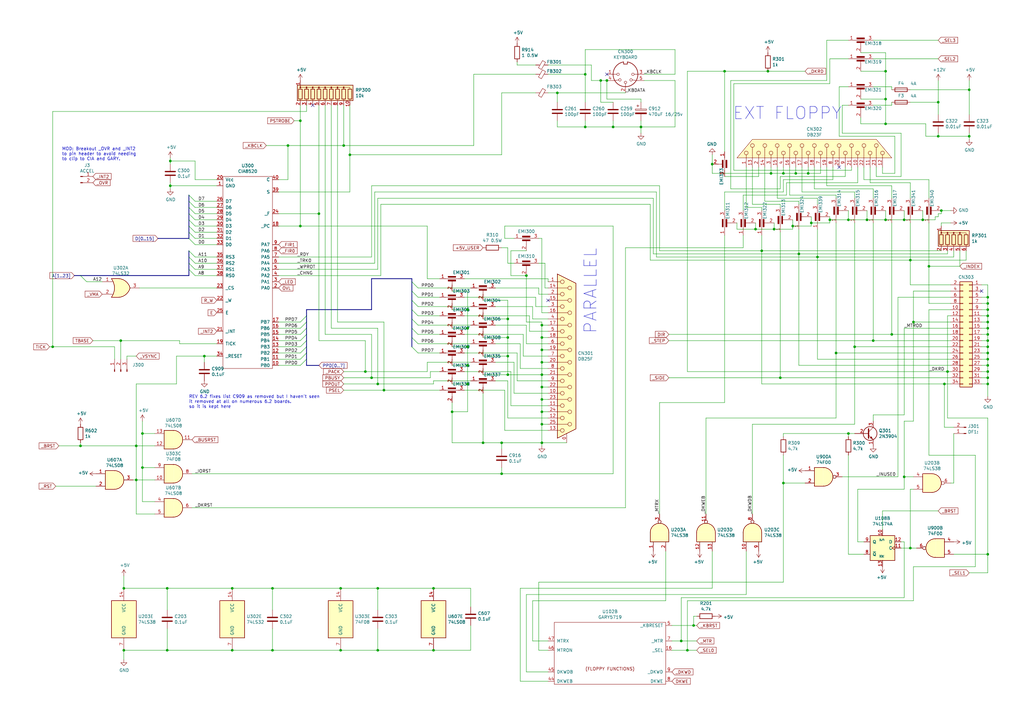
<source format=kicad_sch>
(kicad_sch (version 20230121) (generator eeschema)
  (paper "A3")
  (title_block (date "07/06/1987") (rev "6.2-a") (company "Commodore") (comment 1 "Drawn by: Dave Haynie") (comment 2 "Used on: A2000-CR") (comment 3 "Next Assy: 312725") (comment 4 "Assy: 312721"))
  (junction (at 222.25 181.61))
  (junction (at 321.31 71.12))
  (junction (at 297.18 29.21))
  (junction (at 154.94 266.7))
  (junction (at 292.1 67.31))
  (junction (at 21.59 142.24))
  (junction (at 384.81 41.91))
  (junction (at 177.8 266.7))
  (junction (at 326.39 71.12))
  (junction (at 208.28 130.81))
  (junction (at 157.48 160.02))
  (junction (at 370.84 195.58))
  (junction (at 386.08 86.36))
  (junction (at 154.94 157.48))
  (junction (at 177.8 241.3))
  (junction (at 320.04 154.94))
  (junction (at 335.28 105.41))
  (junction (at 154.94 241.3))
  (junction (at 373.38 224.79))
  (junction (at 222.25 168.91))
  (junction (at 405.13 132.08))
  (junction (at 342.9 144.78))
  (junction (at 83.82 146.05))
  (junction (at 205.74 194.31))
  (junction (at 331.47 71.12))
  (junction (at 347.98 90.17))
  (junction (at 228.6 38.1))
  (junction (at 111.76 266.7))
  (junction (at 139.7 241.3))
  (junction (at 340.36 90.17))
  (junction (at 95.25 266.7))
  (junction (at 405.13 227.33))
  (junction (at 222.25 138.43))
  (junction (at 405.13 152.4))
  (junction (at 405.13 137.16))
  (junction (at 388.62 152.4))
  (junction (at 350.52 142.24))
  (junction (at 374.65 132.08))
  (junction (at 68.58 266.7))
  (junction (at 191.77 127))
  (junction (at 405.13 157.48))
  (junction (at 222.25 153.67))
  (junction (at 58.42 191.77))
  (junction (at 208.28 153.67))
  (junction (at 50.8 241.3))
  (junction (at 279.4 262.89))
  (junction (at 251.46 52.07))
  (junction (at 405.13 149.86))
  (junction (at 69.85 76.2))
  (junction (at 316.23 71.12))
  (junction (at 198.12 181.61))
  (junction (at 309.88 93.98))
  (junction (at 208.28 146.05))
  (junction (at 143.51 63.5))
  (junction (at 222.25 133.35))
  (junction (at 95.25 241.3))
  (junction (at 208.28 138.43))
  (junction (at 205.74 181.61))
  (junction (at 222.25 173.99))
  (junction (at 191.77 149.86))
  (junction (at 397.51 55.88))
  (junction (at 378.46 90.17))
  (junction (at 222.25 158.75))
  (junction (at 405.13 154.94))
  (junction (at 405.13 127))
  (junction (at 405.13 144.78))
  (junction (at 191.77 157.48))
  (junction (at 222.25 163.83))
  (junction (at 222.25 143.51))
  (junction (at 387.35 157.48))
  (junction (at 246.38 33.02))
  (junction (at 405.13 134.62))
  (junction (at 55.88 196.85))
  (junction (at 191.77 134.62))
  (junction (at 152.4 154.94))
  (junction (at 50.8 266.7))
  (junction (at 370.84 90.17))
  (junction (at 317.5 93.98))
  (junction (at 123.19 92.71))
  (junction (at 111.76 241.3))
  (junction (at 373.38 106.68))
  (junction (at 321.31 198.12))
  (junction (at 284.48 256.54))
  (junction (at 140.97 59.69))
  (junction (at 33.02 182.88))
  (junction (at 118.11 59.69))
  (junction (at 405.13 124.46))
  (junction (at 130.81 87.63))
  (junction (at 222.25 148.59))
  (junction (at 149.86 152.4))
  (junction (at 123.19 49.53))
  (junction (at 363.22 50.8))
  (junction (at 185.42 168.91))
  (junction (at 384.81 55.88))
  (junction (at 248.92 33.02))
  (junction (at 55.88 182.88))
  (junction (at 215.9 113.03))
  (junction (at 365.76 137.16))
  (junction (at 325.12 92.71))
  (junction (at 405.13 142.24))
  (junction (at 240.03 30.48))
  (junction (at 191.77 142.24))
  (junction (at 363.22 29.21))
  (junction (at 358.14 139.7))
  (junction (at 405.13 121.92))
  (junction (at 312.42 102.87))
  (junction (at 347.98 177.8))
  (junction (at 397.51 36.83))
  (junction (at 49.53 139.7))
  (junction (at 405.13 139.7))
  (junction (at 381 109.22))
  (junction (at 355.6 90.17))
  (junction (at 262.89 52.07))
  (junction (at 405.13 129.54))
  (junction (at 69.85 66.04))
  (junction (at 281.94 266.7))
  (junction (at 405.13 147.32))
  (junction (at 240.03 52.07))
  (junction (at 327.66 104.14))
  (junction (at 58.42 177.8))
  (junction (at 363.22 90.17))
  (junction (at 314.96 29.21))
  (junction (at 68.58 241.3))
  (junction (at 139.7 266.7))
  (junction (at 332.74 91.44))
  (junction (at 363.22 40.64))
  (no_connect (at 344.17 68.58))
  (no_connect (at 224.79 123.19))
  (no_connect (at 248.92 30.48))
  (no_connect (at 128.27 43.18))
  (no_connect (at 402.59 119.38))
  (bus_entry (at 168.91 123.19) (size 2.54 2.54))
  (bus_entry (at 168.91 142.24) (size 2.54 2.54))
  (bus_entry (at 77.47 95.25) (size 2.54 2.54))
  (bus_entry (at 168.91 130.81) (size 2.54 2.54))
  (bus_entry (at 77.47 87.63) (size 2.54 2.54))
  (bus_entry (at 168.91 127) (size 2.54 2.54))
  (bus_entry (at 77.47 90.17) (size 2.54 2.54))
  (bus_entry (at 77.47 102.87) (size 2.54 2.54))
  (bus_entry (at 77.47 105.41) (size 2.54 2.54))
  (bus_entry (at 123.19 142.24) (size 2.54 -2.54))
  (bus_entry (at 77.47 82.55) (size 2.54 2.54))
  (bus_entry (at 168.91 119.38) (size 2.54 2.54))
  (bus_entry (at 123.19 147.32) (size 2.54 -2.54))
  (bus_entry (at 77.47 110.49) (size 2.54 2.54))
  (bus_entry (at 77.47 80.01) (size 2.54 2.54))
  (bus_entry (at 77.47 107.95) (size 2.54 2.54))
  (bus_entry (at 77.47 85.09) (size 2.54 2.54))
  (bus_entry (at 77.47 92.71) (size 2.54 2.54))
  (bus_entry (at 123.19 149.86) (size 2.54 -2.54))
  (bus_entry (at 123.19 139.7) (size 2.54 -2.54))
  (bus_entry (at 123.19 134.62) (size 2.54 -2.54))
  (bus_entry (at 123.19 132.08) (size 2.54 -2.54))
  (bus_entry (at 33.02 113.03) (size 2.54 2.54))
  (bus_entry (at 123.19 137.16) (size 2.54 -2.54))
  (bus_entry (at 168.91 115.57) (size 2.54 2.54))
  (bus_entry (at 168.91 138.43) (size 2.54 2.54))
  (bus_entry (at 123.19 144.78) (size 2.54 -2.54))
  (bus_entry (at 168.91 134.62) (size 2.54 2.54))
  (bus_entry (at 77.47 97.79) (size 2.54 2.54))
  (wire (pts (xy 402.59 129.54) (xy 405.13 129.54)))
  (wire (pts (xy 358.14 170.18) (xy 358.14 172.72)))
  (wire (pts (xy 177.8 157.48) (xy 177.8 156.21)))
  (wire (pts (xy 208.28 107.95) (xy 210.82 107.95)))
  (wire (pts (xy 318.77 81.28) (xy 335.28 81.28)))
  (wire (pts (xy 185.42 165.1) (xy 185.42 168.91)))
  (wire (pts (xy 68.58 266.7) (xy 95.25 266.7)))
  (wire (pts (xy 297.18 72.39) (xy 311.15 72.39)))
  (wire (pts (xy 138.43 43.18) (xy 138.43 132.08)))
  (wire (pts (xy 208.28 146.05) (xy 208.28 153.67)))
  (wire (pts (xy 207.01 92.71) (xy 251.46 92.71)))
  (bus (pts (xy 33.02 113.03) (xy 77.47 113.03)))
  (bus (pts (xy 168.91 127) (xy 168.91 130.81)))
  (wire (pts (xy 402.59 132.08) (xy 405.13 132.08)))
  (wire (pts (xy 365.76 76.2) (xy 365.76 81.28)))
  (wire (pts (xy 346.71 72.39) (xy 320.04 72.39)))
  (wire (pts (xy 292.1 241.3) (xy 292.1 226.06)))
  (bus (pts (xy 168.91 138.43) (xy 168.91 142.24)))
  (wire (pts (xy 114.3 144.78) (xy 123.19 144.78)))
  (wire (pts (xy 222.25 163.83) (xy 224.79 163.83)))
  (wire (pts (xy 228.6 41.91) (xy 228.6 38.1)))
  (wire (pts (xy 317.5 93.98) (xy 317.5 91.44)))
  (wire (pts (xy 285.75 252.73) (xy 284.48 252.73)))
  (wire (pts (xy 190.5 144.78) (xy 212.09 144.78)))
  (wire (pts (xy 191.77 127) (xy 191.77 119.38)))
  (wire (pts (xy 320.04 77.47) (xy 299.72 77.47)))
  (wire (pts (xy 123.19 92.71) (xy 114.3 92.71)))
  (wire (pts (xy 203.2 140.97) (xy 213.36 140.97)))
  (wire (pts (xy 224.79 168.91) (xy 222.25 168.91)))
  (wire (pts (xy 80.01 73.66) (xy 88.9 73.66)))
  (wire (pts (xy 251.46 49.53) (xy 251.46 52.07)))
  (wire (pts (xy 248.92 33.02) (xy 246.38 33.02)))
  (wire (pts (xy 78.74 208.28) (xy 256.54 208.28)))
  (wire (pts (xy 212.09 144.78) (xy 212.09 156.21)))
  (wire (pts (xy 281.94 29.21) (xy 281.94 152.4)))
  (wire (pts (xy 180.34 137.16) (xy 171.45 137.16)))
  (wire (pts (xy 214.63 146.05) (xy 224.79 146.05)))
  (wire (pts (xy 365.76 43.18) (xy 365.76 41.91)))
  (wire (pts (xy 342.9 171.45) (xy 289.56 171.45)))
  (wire (pts (xy 218.44 262.89) (xy 218.44 246.38)))
  (wire (pts (xy 118.11 59.69) (xy 140.97 59.69)))
  (wire (pts (xy 306.07 68.58) (xy 306.07 85.09)))
  (bus (pts (xy 125.73 132.08) (xy 125.73 134.62)))
  (wire (pts (xy 350.52 142.24) (xy 350.52 173.99)))
  (wire (pts (xy 351.79 74.93) (xy 322.58 74.93)))
  (wire (pts (xy 205.74 63.5) (xy 205.74 38.1)))
  (wire (pts (xy 370.84 245.11) (xy 370.84 222.25)))
  (wire (pts (xy 125.73 43.18) (xy 125.73 45.72)))
  (wire (pts (xy 276.86 33.02) (xy 264.16 33.02)))
  (wire (pts (xy 33.02 181.61) (xy 33.02 182.88)))
  (bus (pts (xy 77.47 102.87) (xy 77.47 105.41)))
  (wire (pts (xy 275.59 256.54) (xy 284.48 256.54)))
  (wire (pts (xy 358.14 43.18) (xy 365.76 43.18)))
  (wire (pts (xy 320.04 154.94) (xy 389.89 154.94)))
  (wire (pts (xy 177.8 241.3) (xy 154.94 241.3)))
  (wire (pts (xy 256.54 101.6) (xy 304.8 101.6)))
  (wire (pts (xy 52.07 146.05) (xy 52.07 147.32)))
  (wire (pts (xy 152.4 105.41) (xy 152.4 76.2)))
  (wire (pts (xy 215.9 243.84) (xy 306.07 243.84)))
  (wire (pts (xy 405.13 124.46) (xy 405.13 127)))
  (wire (pts (xy 374.65 119.38) (xy 374.65 132.08)))
  (wire (pts (xy 350.52 78.74) (xy 350.52 81.28)))
  (wire (pts (xy 80.01 113.03) (xy 88.9 113.03)))
  (wire (pts (xy 397.51 55.88) (xy 384.81 55.88)))
  (wire (pts (xy 214.63 137.16) (xy 214.63 146.05)))
  (wire (pts (xy 267.97 81.28) (xy 267.97 104.14)))
  (wire (pts (xy 114.3 107.95) (xy 153.67 107.95)))
  (wire (pts (xy 266.7 83.82) (xy 266.7 106.68)))
  (wire (pts (xy 176.53 152.4) (xy 180.34 152.4)))
  (wire (pts (xy 381 186.69) (xy 400.05 186.69)))
  (wire (pts (xy 205.74 194.31) (xy 78.74 194.31)))
  (wire (pts (xy 198.12 146.05) (xy 208.28 146.05)))
  (wire (pts (xy 140.97 59.69) (xy 194.31 59.69)))
  (wire (pts (xy 340.36 24.13) (xy 347.98 24.13)))
  (wire (pts (xy 365.76 137.16) (xy 389.89 137.16)))
  (wire (pts (xy 55.88 157.48) (xy 55.88 182.88)))
  (wire (pts (xy 251.46 92.71) (xy 251.46 194.31)))
  (wire (pts (xy 57.15 118.11) (xy 88.9 118.11)))
  (wire (pts (xy 284.48 252.73) (xy 284.48 256.54)))
  (wire (pts (xy 306.07 243.84) (xy 306.07 226.06)))
  (wire (pts (xy 228.6 38.1) (xy 224.79 38.1)))
  (wire (pts (xy 358.14 16.51) (xy 384.81 16.51)))
  (wire (pts (xy 347.98 186.69) (xy 347.98 227.33)))
  (wire (pts (xy 312.42 157.48) (xy 387.35 157.48)))
  (wire (pts (xy 207.01 160.02) (xy 207.01 176.53)))
  (wire (pts (xy 175.26 92.71) (xy 123.19 92.71)))
  (wire (pts (xy 400.05 186.69) (xy 400.05 232.41)))
  (wire (pts (xy 215.9 102.87) (xy 209.55 102.87)))
  (wire (pts (xy 251.46 52.07) (xy 262.89 52.07)))
  (wire (pts (xy 270.51 76.2) (xy 270.51 102.87)))
  (wire (pts (xy 279.4 245.11) (xy 370.84 245.11)))
  (wire (pts (xy 185.42 181.61) (xy 198.12 181.61)))
  (wire (pts (xy 405.13 227.33) (xy 391.16 227.33)))
  (wire (pts (xy 222.25 153.67) (xy 224.79 153.67)))
  (wire (pts (xy 130.81 87.63) (xy 130.81 139.7)))
  (wire (pts (xy 339.09 76.2) (xy 365.76 76.2)))
  (wire (pts (xy 381 73.66) (xy 354.33 73.66)))
  (wire (pts (xy 58.42 177.8) (xy 63.5 177.8)))
  (wire (pts (xy 391.16 105.41) (xy 335.28 105.41)))
  (wire (pts (xy 262.89 40.64) (xy 248.92 40.64)))
  (wire (pts (xy 175.26 152.4) (xy 175.26 148.59)))
  (wire (pts (xy 369.57 224.79) (xy 373.38 224.79)))
  (wire (pts (xy 49.53 139.7) (xy 49.53 147.32)))
  (wire (pts (xy 55.88 196.85) (xy 55.88 210.82)))
  (wire (pts (xy 207.01 97.79) (xy 207.01 92.71)))
  (wire (pts (xy 208.28 130.81) (xy 198.12 130.81)))
  (wire (pts (xy 171.45 125.73) (xy 193.04 125.73)))
  (wire (pts (xy 328.93 78.74) (xy 350.52 78.74)))
  (wire (pts (xy 80.01 92.71) (xy 88.9 92.71)))
  (wire (pts (xy 111.76 250.19) (xy 111.76 241.3)))
  (wire (pts (xy 402.59 154.94) (xy 405.13 154.94)))
  (wire (pts (xy 402.59 124.46) (xy 405.13 124.46)))
  (wire (pts (xy 405.13 142.24) (xy 405.13 144.78)))
  (bus (pts (xy 125.73 142.24) (xy 125.73 144.78)))
  (wire (pts (xy 240.03 30.48) (xy 240.03 20.32)))
  (wire (pts (xy 154.94 241.3) (xy 154.94 250.19)))
  (wire (pts (xy 205.74 101.6) (xy 208.28 101.6)))
  (wire (pts (xy 223.52 118.11) (xy 224.79 118.11)))
  (wire (pts (xy 384.81 88.9) (xy 383.54 88.9)))
  (wire (pts (xy 318.77 68.58) (xy 318.77 81.28)))
  (wire (pts (xy 72.39 146.05) (xy 72.39 157.48)))
  (wire (pts (xy 345.44 43.18) (xy 345.44 54.61)))
  (wire (pts (xy 313.69 82.55) (xy 327.66 82.55)))
  (wire (pts (xy 313.69 68.58) (xy 313.69 82.55)))
  (wire (pts (xy 327.66 149.86) (xy 389.89 149.86)))
  (wire (pts (xy 388.62 152.4) (xy 389.89 152.4)))
  (bus (pts (xy 77.47 90.17) (xy 77.47 92.71)))
  (wire (pts (xy 232.41 181.61) (xy 222.25 181.61)))
  (bus (pts (xy 125.73 149.86) (xy 130.81 149.86)))
  (wire (pts (xy 49.53 139.7) (xy 73.66 139.7)))
  (wire (pts (xy 300.99 34.29) (xy 340.36 34.29)))
  (wire (pts (xy 22.86 199.39) (xy 39.37 199.39)))
  (wire (pts (xy 133.35 43.18) (xy 133.35 137.16)))
  (wire (pts (xy 111.76 266.7) (xy 139.7 266.7)))
  (wire (pts (xy 55.88 182.88) (xy 63.5 182.88)))
  (wire (pts (xy 210.82 161.29) (xy 224.79 161.29)))
  (wire (pts (xy 114.3 78.74) (xy 143.51 78.74)))
  (wire (pts (xy 80.01 107.95) (xy 88.9 107.95)))
  (wire (pts (xy 405.13 149.86) (xy 405.13 152.4)))
  (wire (pts (xy 209.55 166.37) (xy 224.79 166.37)))
  (bus (pts (xy 77.47 110.49) (xy 77.47 113.03)))
  (wire (pts (xy 292.1 67.31) (xy 292.1 63.5)))
  (wire (pts (xy 405.13 134.62) (xy 405.13 137.16)))
  (wire (pts (xy 342.9 144.78) (xy 342.9 171.45)))
  (bus (pts (xy 77.47 85.09) (xy 77.47 87.63)))
  (bus (pts (xy 125.73 129.54) (xy 125.73 132.08)))
  (wire (pts (xy 327.66 82.55) (xy 327.66 83.82)))
  (wire (pts (xy 55.88 196.85) (xy 63.5 196.85)))
  (wire (pts (xy 209.55 152.4) (xy 209.55 166.37)))
  (wire (pts (xy 240.03 20.32) (xy 276.86 20.32)))
  (wire (pts (xy 327.66 93.98) (xy 327.66 104.14)))
  (wire (pts (xy 275.59 262.89) (xy 279.4 262.89)))
  (wire (pts (xy 405.13 129.54) (xy 405.13 132.08)))
  (wire (pts (xy 217.17 129.54) (xy 217.17 135.89)))
  (wire (pts (xy 389.89 119.38) (xy 374.65 119.38)))
  (wire (pts (xy 217.17 135.89) (xy 224.79 135.89)))
  (wire (pts (xy 302.26 93.98) (xy 309.88 93.98)))
  (wire (pts (xy 374.65 172.72) (xy 374.65 132.08)))
  (wire (pts (xy 358.14 139.7) (xy 389.89 139.7)))
  (wire (pts (xy 365.76 91.44) (xy 365.76 137.16)))
  (wire (pts (xy 20.32 142.24) (xy 21.59 142.24)))
  (wire (pts (xy 405.13 234.95) (xy 397.51 234.95)))
  (wire (pts (xy 373.38 91.44) (xy 373.38 106.68)))
  (wire (pts (xy 215.9 140.97) (xy 224.79 140.97)))
  (wire (pts (xy 208.28 156.21) (xy 208.28 171.45)))
  (wire (pts (xy 276.86 52.07) (xy 276.86 33.02)))
  (bus (pts (xy 30.48 113.03) (xy 33.02 113.03)))
  (wire (pts (xy 350.52 177.8) (xy 347.98 177.8)))
  (wire (pts (xy 323.85 80.01) (xy 342.9 80.01)))
  (wire (pts (xy 274.32 139.7) (xy 358.14 139.7)))
  (wire (pts (xy 347.98 227.33) (xy 354.33 227.33)))
  (wire (pts (xy 185.42 157.48) (xy 191.77 157.48)))
  (wire (pts (xy 350.52 173.99) (xy 308.61 173.99)))
  (wire (pts (xy 222.25 148.59) (xy 224.79 148.59)))
  (wire (pts (xy 190.5 152.4) (xy 209.55 152.4)))
  (wire (pts (xy 180.34 114.3) (xy 175.26 114.3)))
  (wire (pts (xy 361.95 217.17) (xy 361.95 209.55)))
  (wire (pts (xy 95.25 241.3) (xy 68.58 241.3)))
  (wire (pts (xy 240.03 41.91) (xy 240.03 30.48)))
  (wire (pts (xy 50.8 266.7) (xy 50.8 270.51)))
  (wire (pts (xy 68.58 241.3) (xy 50.8 241.3)))
  (wire (pts (xy 386.08 91.44) (xy 386.08 92.71)))
  (wire (pts (xy 391.16 177.8) (xy 391.16 198.12)))
  (wire (pts (xy 363.22 21.59) (xy 363.22 29.21)))
  (wire (pts (xy 353.06 50.8) (xy 363.22 50.8)))
  (wire (pts (xy 355.6 90.17) (xy 363.22 90.17)))
  (wire (pts (xy 191.77 119.38) (xy 185.42 119.38)))
  (wire (pts (xy 384.81 41.91) (xy 384.81 33.02)))
  (wire (pts (xy 405.13 147.32) (xy 405.13 149.86)))
  (wire (pts (xy 185.42 168.91) (xy 185.42 181.61)))
  (wire (pts (xy 191.77 149.86) (xy 191.77 142.24)))
  (wire (pts (xy 347.98 177.8) (xy 321.31 177.8)))
  (wire (pts (xy 262.89 41.91) (xy 262.89 40.64)))
  (wire (pts (xy 381 127) (xy 381 186.69)))
  (wire (pts (xy 326.39 71.12) (xy 326.39 68.58)))
  (wire (pts (xy 83.82 146.05) (xy 88.9 146.05)))
  (wire (pts (xy 384.81 24.13) (xy 358.14 24.13)))
  (wire (pts (xy 347.98 177.8) (xy 347.98 179.07)))
  (wire (pts (xy 350.52 91.44) (xy 350.52 142.24)))
  (wire (pts (xy 80.01 105.41) (xy 88.9 105.41)))
  (wire (pts (xy 191.77 157.48) (xy 191.77 149.86)))
  (wire (pts (xy 342.9 80.01) (xy 342.9 81.28)))
  (wire (pts (xy 180.34 129.54) (xy 171.45 129.54)))
  (wire (pts (xy 402.59 116.84) (xy 405.13 116.84)))
  (wire (pts (xy 349.25 68.58) (xy 349.25 69.85)))
  (wire (pts (xy 171.45 133.35) (xy 193.04 133.35)))
  (wire (pts (xy 349.25 69.85) (xy 300.99 69.85)))
  (wire (pts (xy 332.74 92.71) (xy 332.74 91.44)))
  (wire (pts (xy 138.43 132.08) (xy 157.48 132.08)))
  (wire (pts (xy 373.38 41.91) (xy 384.81 41.91)))
  (wire (pts (xy 405.13 116.84) (xy 405.13 121.92)))
  (wire (pts (xy 114.3 113.03) (xy 156.21 113.03)))
  (wire (pts (xy 312.42 102.87) (xy 312.42 157.48)))
  (wire (pts (xy 388.62 171.45) (xy 405.13 171.45)))
  (wire (pts (xy 58.42 191.77) (xy 63.5 191.77)))
  (wire (pts (xy 363.22 50.8) (xy 379.73 50.8)))
  (wire (pts (xy 133.35 137.16) (xy 152.4 137.16)))
  (wire (pts (xy 279.4 262.89) (xy 285.75 262.89)))
  (wire (pts (xy 381 109.22) (xy 381 124.46)))
  (wire (pts (xy 190.5 137.16) (xy 214.63 137.16)))
  (wire (pts (xy 111.76 241.3) (xy 95.25 241.3)))
  (bus (pts (xy 77.47 92.71) (xy 77.47 95.25)))
  (wire (pts (xy 193.04 241.3) (xy 177.8 241.3)))
  (wire (pts (xy 139.7 241.3) (xy 111.76 241.3)))
  (wire (pts (xy 405.13 139.7) (xy 405.13 142.24)))
  (wire (pts (xy 222.25 153.67) (xy 222.25 148.59)))
  (wire (pts (xy 114.3 134.62) (xy 123.19 134.62)))
  (wire (pts (xy 402.59 149.86) (xy 405.13 149.86)))
  (wire (pts (xy 308.61 173.99) (xy 308.61 210.82)))
  (wire (pts (xy 369.57 54.61) (xy 369.57 72.39)))
  (wire (pts (xy 213.36 279.4) (xy 213.36 241.3)))
  (wire (pts (xy 154.94 81.28) (xy 267.97 81.28)))
  (wire (pts (xy 387.35 175.26) (xy 387.35 157.48)))
  (wire (pts (xy 175.26 148.59) (xy 193.04 148.59)))
  (wire (pts (xy 269.24 78.74) (xy 269.24 105.41)))
  (wire (pts (xy 374.65 246.38) (xy 281.94 246.38)))
  (wire (pts (xy 80.01 87.63) (xy 88.9 87.63)))
  (wire (pts (xy 339.09 33.02) (xy 339.09 16.51)))
  (wire (pts (xy 393.7 102.87) (xy 393.7 109.22)))
  (wire (pts (xy 354.33 73.66) (xy 354.33 68.58)))
  (wire (pts (xy 321.31 71.12) (xy 326.39 71.12)))
  (wire (pts (xy 228.6 52.07) (xy 240.03 52.07)))
  (wire (pts (xy 215.9 132.08) (xy 215.9 113.03)))
  (wire (pts (xy 69.85 76.2) (xy 69.85 77.47)))
  (wire (pts (xy 356.87 68.58) (xy 356.87 74.93)))
  (wire (pts (xy 222.25 173.99) (xy 222.25 181.61)))
  (wire (pts (xy 154.94 241.3) (xy 139.7 241.3)))
  (wire (pts (xy 402.59 142.24) (xy 405.13 142.24)))
  (wire (pts (xy 308.61 83.82) (xy 320.04 83.82)))
  (wire (pts (xy 55.88 146.05) (xy 52.07 146.05)))
  (wire (pts (xy 347.98 90.17) (xy 347.98 86.36)))
  (wire (pts (xy 50.8 266.7) (xy 68.58 266.7)))
  (wire (pts (xy 69.85 66.04) (xy 80.01 66.04)))
  (wire (pts (xy 320.04 154.94) (xy 274.32 154.94)))
  (wire (pts (xy 397.51 55.88) (xy 397.51 57.15)))
  (wire (pts (xy 322.58 80.01) (xy 304.8 80.01)))
  (wire (pts (xy 320.04 95.25) (xy 320.04 154.94)))
  (wire (pts (xy 222.25 168.91) (xy 222.25 173.99)))
  (wire (pts (xy 224.79 262.89) (xy 218.44 262.89)))
  (wire (pts (xy 135.89 43.18) (xy 135.89 134.62)))
  (wire (pts (xy 154.94 266.7) (xy 177.8 266.7)))
  (wire (pts (xy 381 124.46) (xy 389.89 124.46)))
  (wire (pts (xy 224.79 266.7) (xy 220.98 266.7)))
  (wire (pts (xy 213.36 140.97) (xy 213.36 151.13)))
  (wire (pts (xy 402.59 137.16) (xy 405.13 137.16)))
  (wire (pts (xy 222.25 168.91) (xy 222.25 163.83)))
  (wire (pts (xy 347.98 90.17) (xy 355.6 90.17)))
  (wire (pts (xy 191.77 134.62) (xy 191.77 127)))
  (wire (pts (xy 340.36 91.44) (xy 340.36 90.17)))
  (wire (pts (xy 314.96 29.21) (xy 330.2 29.21)))
  (wire (pts (xy 240.03 30.48) (xy 224.79 30.48)))
  (wire (pts (xy 389.89 127) (xy 381 127)))
  (wire (pts (xy 321.31 73.66) (xy 321.31 78.74)))
  (wire (pts (xy 140.97 59.69) (xy 140.97 43.18)))
  (wire (pts (xy 361.95 209.55) (xy 384.81 209.55)))
  (wire (pts (xy 405.13 154.94) (xy 405.13 157.48)))
  (wire (pts (xy 114.3 132.08) (xy 123.19 132.08)))
  (wire (pts (xy 312.42 96.52) (xy 312.42 102.87)))
  (wire (pts (xy 299.72 33.02) (xy 339.09 33.02)))
  (wire (pts (xy 383.54 90.17) (xy 378.46 90.17)))
  (wire (pts (xy 340.36 34.29) (xy 340.36 24.13)))
  (wire (pts (xy 353.06 40.64) (xy 363.22 40.64)))
  (wire (pts (xy 80.01 100.33) (xy 88.9 100.33)))
  (wire (pts (xy 73.66 139.7) (xy 73.66 140.97)))
  (wire (pts (xy 373.38 36.83) (xy 397.51 36.83)))
  (wire (pts (xy 68.58 257.81) (xy 68.58 266.7)))
  (wire (pts (xy 350.52 142.24) (xy 389.89 142.24)))
  (wire (pts (xy 297.18 78.74) (xy 297.18 86.36)))
  (bus (pts (xy 168.91 114.3) (xy 152.4 114.3)))
  (wire (pts (xy 306.07 85.09) (xy 312.42 85.09)))
  (wire (pts (xy 292.1 71.12) (xy 292.1 67.31)))
  (wire (pts (xy 405.13 227.33) (xy 405.13 234.95)))
  (wire (pts (xy 262.89 49.53) (xy 262.89 52.07)))
  (wire (pts (xy 209.55 102.87) (xy 209.55 113.03)))
  (wire (pts (xy 370.84 222.25) (xy 369.57 222.25)))
  (wire (pts (xy 203.2 133.35) (xy 215.9 133.35)))
  (wire (pts (xy 190.5 121.92) (xy 219.71 121.92)))
  (wire (pts (xy 208.28 101.6) (xy 208.28 107.95)))
  (bus (pts (xy 77.47 95.25) (xy 77.47 97.79)))
  (wire (pts (xy 50.8 241.3) (xy 50.8 236.22)))
  (wire (pts (xy 302.26 91.44) (xy 302.26 93.98)))
  (wire (pts (xy 353.06 48.26) (xy 353.06 50.8)))
  (wire (pts (xy 180.34 121.92) (xy 171.45 121.92)))
  (wire (pts (xy 220.98 107.95) (xy 223.52 107.95)))
  (bus (pts (xy 168.91 134.62) (xy 168.91 138.43)))
  (bus (pts (xy 125.73 134.62) (xy 125.73 137.16)))
  (wire (pts (xy 222.25 138.43) (xy 222.25 133.35)))
  (wire (pts (xy 208.28 138.43) (xy 208.28 130.81)))
  (wire (pts (xy 140.97 154.94) (xy 152.4 154.94)))
  (wire (pts (xy 180.34 144.78) (xy 171.45 144.78)))
  (wire (pts (xy 379.73 55.88) (xy 384.81 55.88)))
  (wire (pts (xy 83.82 148.59) (xy 83.82 146.05)))
  (bus (pts (xy 152.4 127) (xy 125.73 127)))
  (wire (pts (xy 149.86 152.4) (xy 175.26 152.4)))
  (wire (pts (xy 143.51 78.74) (xy 143.51 63.5)))
  (wire (pts (xy 212.09 156.21) (xy 224.79 156.21)))
  (wire (pts (xy 396.24 106.68) (xy 373.38 106.68)))
  (wire (pts (xy 322.58 74.93) (xy 322.58 80.01)))
  (wire (pts (xy 276.86 20.32) (xy 276.86 30.48)))
  (wire (pts (xy 405.13 121.92) (xy 402.59 121.92)))
  (wire (pts (xy 208.28 153.67) (xy 222.25 153.67)))
  (wire (pts (xy 402.59 134.62) (xy 405.13 134.62)))
  (wire (pts (xy 297.18 62.23) (xy 297.18 29.21)))
  (wire (pts (xy 311.15 72.39) (xy 311.15 68.58)))
  (wire (pts (xy 354.33 222.25) (xy 351.79 222.25)))
  (wire (pts (xy 156.21 113.03) (xy 156.21 83.82)))
  (wire (pts (xy 114.3 147.32) (xy 123.19 147.32)))
  (wire (pts (xy 208.28 138.43) (xy 198.12 138.43)))
  (wire (pts (xy 114.3 110.49) (xy 154.94 110.49)))
  (wire (pts (xy 58.42 191.77) (xy 58.42 205.74)))
  (wire (pts (xy 373.38 116.84) (xy 389.89 116.84)))
  (bus (pts (xy 77.47 97.79) (xy 64.77 97.79)))
  (wire (pts (xy 381 91.44) (xy 381 109.22)))
  (wire (pts (xy 219.71 125.73) (xy 224.79 125.73)))
  (wire (pts (xy 299.72 77.47) (xy 299.72 33.02)))
  (wire (pts (xy 154.94 110.49) (xy 154.94 81.28)))
  (wire (pts (xy 379.73 50.8) (xy 379.73 55.88)))
  (wire (pts (xy 402.59 152.4) (xy 405.13 152.4)))
  (wire (pts (xy 279.4 262.89) (xy 279.4 245.11)))
  (wire (pts (xy 373.38 224.79) (xy 373.38 200.66)))
  (wire (pts (xy 171.45 118.11) (xy 193.04 118.11)))
  (wire (pts (xy 273.05 246.38) (xy 273.05 226.06)))
  (wire (pts (xy 114.3 73.66) (xy 118.11 73.66)))
  (bus (pts (xy 168.91 114.3) (xy 168.91 115.57)))
  (wire (pts (xy 335.28 105.41) (xy 335.28 147.32)))
  (wire (pts (xy 220.98 97.79) (xy 222.25 97.79)))
  (bus (pts (xy 77.47 107.95) (xy 77.47 110.49)))
  (wire (pts (xy 327.66 104.14) (xy 388.62 104.14)))
  (wire (pts (xy 405.13 124.46) (xy 405.13 121.92)))
  (wire (pts (xy 405.13 152.4) (xy 405.13 154.94)))
  (bus (pts (xy 125.73 137.16) (xy 125.73 139.7)))
  (wire (pts (xy 220.98 266.7) (xy 220.98 238.76)))
  (wire (pts (xy 361.95 71.12) (xy 367.03 71.12)))
  (wire (pts (xy 140.97 160.02) (xy 157.48 160.02)))
  (wire (pts (xy 135.89 134.62) (xy 154.94 134.62)))
  (wire (pts (xy 370.84 172.72) (xy 374.65 172.72)))
  (wire (pts (xy 267.97 104.14) (xy 327.66 104.14)))
  (wire (pts (xy 208.28 146.05) (xy 208.28 138.43)))
  (wire (pts (xy 326.39 71.12) (xy 331.47 71.12)))
  (wire (pts (xy 205.74 194.31) (xy 205.74 191.77)))
  (wire (pts (xy 219.71 121.92) (xy 219.71 125.73)))
  (wire (pts (xy 114.3 105.41) (xy 152.4 105.41)))
  (wire (pts (xy 389.89 91.44) (xy 386.08 91.44)))
  (wire (pts (xy 368.3 195.58) (xy 368.3 121.92)))
  (wire (pts (xy 405.13 127) (xy 405.13 129.54)))
  (wire (pts (xy 328.93 68.58) (xy 328.93 78.74)))
  (wire (pts (xy 242.57 26.67) (xy 224.79 26.67)))
  (wire (pts (xy 21.59 45.72) (xy 125.73 45.72)))
  (wire (pts (xy 297.18 29.21) (xy 314.96 29.21)))
  (wire (pts (xy 355.6 90.17) (xy 355.6 86.36)))
  (bus (pts (xy 125.73 144.78) (xy 125.73 147.32)))
  (wire (pts (xy 289.56 171.45) (xy 289.56 210.82)))
  (wire (pts (xy 344.17 55.88) (xy 344.17 35.56)))
  (bus (pts (xy 125.73 147.32) (xy 125.73 149.86)))
  (wire (pts (xy 262.89 52.07) (xy 262.89 54.61)))
  (wire (pts (xy 373.38 74.93) (xy 373.38 81.28)))
  (wire (pts (xy 367.03 55.88) (xy 344.17 55.88)))
  (wire (pts (xy 222.25 138.43) (xy 224.79 138.43)))
  (wire (pts (xy 370.84 134.62) (xy 370.84 170.18)))
  (wire (pts (xy 191.77 142.24) (xy 191.77 134.62)))
  (wire (pts (xy 387.35 157.48) (xy 389.89 157.48)))
  (wire (pts (xy 218.44 130.81) (xy 224.79 130.81)))
  (wire (pts (xy 334.01 68.58) (xy 334.01 77.47)))
  (wire (pts (xy 342.9 144.78) (xy 389.89 144.78)))
  (wire (pts (xy 402.59 147.32) (xy 405.13 147.32)))
  (wire (pts (xy 353.06 29.21) (xy 363.22 29.21)))
  (wire (pts (xy 246.38 33.02) (xy 242.57 33.02)))
  (wire (pts (xy 153.67 78.74) (xy 269.24 78.74)))
  (wire (pts (xy 321.31 177.8) (xy 321.31 179.07)))
  (wire (pts (xy 130.81 87.63) (xy 130.81 43.18)))
  (wire (pts (xy 69.85 76.2) (xy 88.9 76.2)))
  (wire (pts (xy 152.4 76.2) (xy 270.51 76.2)))
  (wire (pts (xy 213.36 241.3) (xy 292.1 241.3)))
  (wire (pts (xy 275.59 266.7) (xy 281.94 266.7)))
  (wire (pts (xy 114.3 87.63) (xy 130.81 87.63)))
  (wire (pts (xy 358.14 35.56) (xy 365.76 35.56)))
  (wire (pts (xy 203.2 118.11) (xy 220.98 118.11)))
  (wire (pts (xy 193.04 248.92) (xy 193.04 241.3)))
  (wire (pts (xy 389.89 86.36) (xy 386.08 86.36)))
  (wire (pts (xy 220.98 120.65) (xy 224.79 120.65)))
  (wire (pts (xy 388.62 102.87) (xy 388.62 104.14)))
  (wire (pts (xy 205.74 38.1) (xy 219.71 38.1)))
  (wire (pts (xy 300.99 69.85) (xy 300.99 34.29)))
  (wire (pts (xy 373.38 106.68) (xy 373.38 116.84)))
  (wire (pts (xy 356.87 74.93) (xy 373.38 74.93)))
  (wire (pts (xy 386.08 86.36) (xy 386.08 87.63)))
  (wire (pts (xy 46.99 142.24) (xy 46.99 147.32)))
  (wire (pts (xy 218.44 246.38) (xy 273.05 246.38)))
  (wire (pts (xy 139.7 266.7) (xy 154.94 266.7)))
  (wire (pts (xy 123.19 49.53) (xy 123.19 92.71)))
  (wire (pts (xy 80.01 90.17) (xy 88.9 90.17)))
  (wire (pts (xy 335.28 93.98) (xy 335.28 105.41)))
  (wire (pts (xy 83.82 146.05) (xy 72.39 146.05)))
  (wire (pts (xy 171.45 140.97) (xy 193.04 140.97)))
  (wire (pts (xy 266.7 106.68) (xy 373.38 106.68)))
  (bus (pts (xy 168.91 119.38) (xy 168.91 123.19)))
  (wire (pts (xy 297.18 96.52) (xy 297.18 165.1)))
  (wire (pts (xy 68.58 250.19) (xy 68.58 241.3)))
  (wire (pts (xy 391.16 198.12) (xy 389.89 198.12)))
  (wire (pts (xy 367.03 71.12) (xy 367.03 55.88)))
  (wire (pts (xy 363.22 40.64) (xy 363.22 50.8)))
  (wire (pts (xy 224.79 279.4) (xy 213.36 279.4)))
  (wire (pts (xy 381 81.28) (xy 381 73.66)))
  (wire (pts (xy 402.59 157.48) (xy 405.13 157.48)))
  (wire (pts (xy 222.25 181.61) (xy 222.25 182.88)))
  (wire (pts (xy 391.16 175.26) (xy 387.35 175.26)))
  (wire (pts (xy 198.12 181.61) (xy 205.74 181.61)))
  (wire (pts (xy 215.9 275.59) (xy 215.9 243.84)))
  (bus (pts (xy 125.73 127) (xy 125.73 129.54)))
  (wire (pts (xy 80.01 85.09) (xy 88.9 85.09)))
  (wire (pts (xy 114.3 137.16) (xy 123.19 137.16)))
  (bus (pts (xy 77.47 80.01) (xy 77.47 82.55)))
  (wire (pts (xy 210.82 97.79) (xy 207.01 97.79)))
  (wire (pts (xy 339.09 68.58) (xy 339.09 76.2)))
  (wire (pts (xy 331.47 71.12) (xy 336.55 71.12)))
  (wire (pts (xy 405.13 137.16) (xy 405.13 139.7)))
  (wire (pts (xy 190.5 114.3) (xy 224.79 114.3)))
  (wire (pts (xy 269.24 105.41) (xy 335.28 105.41)))
  (wire (pts (xy 340.36 90.17) (xy 340.36 88.9)))
  (wire (pts (xy 33.02 182.88) (xy 55.88 182.88)))
  (wire (pts (xy 309.88 93.98) (xy 309.88 91.44)))
  (wire (pts (xy 240.03 52.07) (xy 240.03 49.53)))
  (wire (pts (xy 114.3 142.24) (xy 123.19 142.24)))
  (wire (pts (xy 405.13 171.45) (xy 405.13 227.33)))
  (wire (pts (xy 209.55 113.03) (xy 215.9 113.03)))
  (wire (pts (xy 334.01 77.47) (xy 358.14 77.47)))
  (wire (pts (xy 208.28 123.19) (xy 198.12 123.19)))
  (wire (pts (xy 341.63 68.58) (xy 341.63 73.66)))
  (wire (pts (xy 370.84 195.58) (xy 370.84 172.72)))
  (wire (pts (xy 208.28 171.45) (xy 224.79 171.45)))
  (wire (pts (xy 224.79 173.99) (xy 222.25 173.99)))
  (wire (pts (xy 246.38 41.91) (xy 246.38 33.02)))
  (wire (pts (xy 41.91 115.57) (xy 35.56 115.57)))
  (wire (pts (xy 176.53 154.94) (xy 176.53 152.4)))
  (wire (pts (xy 309.88 93.98) (xy 317.5 93.98)))
  (wire (pts (xy 370.84 200.66) (xy 370.84 195.58)))
  (wire (pts (xy 69.85 66.04) (xy 69.85 67.31)))
  (wire (pts (xy 222.25 133.35) (xy 224.79 133.35)))
  (wire (pts (xy 157.48 132.08) (xy 157.48 160.02)))
  (bus (pts (xy 168.91 115.57) (xy 168.91 119.38)))
  (wire (pts (xy 207.01 176.53) (xy 224.79 176.53)))
  (wire (pts (xy 152.4 154.94) (xy 176.53 154.94)))
  (wire (pts (xy 222.25 158.75) (xy 222.25 153.67)))
  (wire (pts (xy 256.54 208.28) (xy 256.54 101.6)))
  (wire (pts (xy 114.3 149.86) (xy 123.19 149.86)))
  (wire (pts (xy 222.25 158.75) (xy 224.79 158.75)))
  (wire (pts (xy 336.55 71.12) (xy 336.55 68.58)))
  (wire (pts (xy 344.17 35.56) (xy 347.98 35.56)))
  (wire (pts (xy 345.44 54.61) (xy 369.57 54.61)))
  (wire (pts (xy 215.9 133.35) (xy 215.9 140.97)))
  (wire (pts (xy 304.8 101.6) (xy 304.8 96.52)))
  (wire (pts (xy 384.81 41.91) (xy 384.81 46.99)))
  (wire (pts (xy 304.8 80.01) (xy 304.8 86.36)))
  (wire (pts (xy 80.01 82.55) (xy 88.9 82.55)))
  (wire (pts (xy 262.89 52.07) (xy 276.86 52.07)))
  (wire (pts (xy 212.09 25.4) (xy 212.09 26.67)))
  (wire (pts (xy 203.2 125.73) (xy 218.44 125.73)))
  (wire (pts (xy 405.13 157.48) (xy 405.13 162.56)))
  (wire (pts (xy 109.22 59.69) (xy 118.11 59.69)))
  (wire (pts (xy 191.77 149.86) (xy 185.42 149.86)))
  (wire (pts (xy 203.2 156.21) (xy 208.28 156.21)))
  (wire (pts (xy 351.79 68.58) (xy 351.79 74.93)))
  (wire (pts (xy 369.57 72.39) (xy 359.41 72.39)))
  (wire (pts (xy 153.67 107.95) (xy 153.67 78.74)))
  (bus (pts (xy 77.47 105.41) (xy 77.47 107.95)))
  (wire (pts (xy 370.84 195.58) (xy 374.65 195.58)))
  (wire (pts (xy 69.85 74.93) (xy 69.85 76.2)))
  (wire (pts (xy 24.13 182.88) (xy 33.02 182.88)))
  (wire (pts (xy 251.46 41.91) (xy 246.38 41.91)))
  (wire (pts (xy 154.94 257.81) (xy 154.94 266.7)))
  (wire (pts (xy 281.94 266.7) (xy 285.75 266.7)))
  (wire (pts (xy 222.25 143.51) (xy 222.25 138.43)))
  (wire (pts (xy 374.65 132.08) (xy 389.89 132.08)))
  (bus (pts (xy 152.4 114.3) (xy 152.4 127)))
  (wire (pts (xy 222.25 148.59) (xy 222.25 143.51)))
  (wire (pts (xy 359.41 72.39) (xy 359.41 68.58)))
  (wire (pts (xy 143.51 63.5) (xy 205.74 63.5)))
  (wire (pts (xy 373.38 224.79) (xy 375.92 224.79)))
  (wire (pts (xy 191.77 142.24) (xy 185.42 142.24)))
  (wire (pts (xy 248.92 40.64) (xy 248.92 33.02)))
  (wire (pts (xy 321.31 198.12) (xy 330.2 198.12)))
  (wire (pts (xy 149.86 139.7) (xy 149.86 152.4)))
  (wire (pts (xy 297.18 78.74) (xy 321.31 78.74)))
  (wire (pts (xy 198.12 161.29) (xy 198.12 181.61)))
  (wire (pts (xy 284.48 256.54) (xy 285.75 256.54)))
  (wire (pts (xy 212.09 26.67) (xy 219.71 26.67)))
  (wire (pts (xy 325.12 93.98) (xy 325.12 92.71)))
  (wire (pts (xy 222.25 97.79) (xy 222.25 128.27)))
  (wire (pts (xy 373.38 200.66) (xy 374.65 200.66)))
  (wire (pts (xy 191.77 168.91) (xy 185.42 168.91)))
  (wire (pts (xy 95.25 266.7) (xy 111.76 266.7)))
  (bus (pts (xy 168.91 130.81) (xy 168.91 134.62)))
  (wire (pts (xy 123.19 49.53) (xy 120.65 49.53)))
  (wire (pts (xy 370.84 90.17) (xy 370.84 86.36)))
  (wire (pts (xy 335.28 81.28) (xy 335.28 83.82)))
  (wire (pts (xy 384.81 55.88) (xy 384.81 54.61)))
  (wire (pts (xy 363.22 29.21) (xy 363.22 40.64)))
  (wire (pts (xy 69.85 64.77) (xy 69.85 66.04)))
  (wire (pts (xy 363.22 90.17) (xy 363.22 86.36)))
  (wire (pts (xy 342.9 91.44) (xy 342.9 144.78)))
  (wire (pts (xy 58.42 205.74) (xy 63.5 205.74)))
  (wire (pts (xy 154.94 134.62) (xy 154.94 157.48)))
  (wire (pts (xy 339.09 16.51) (xy 347.98 16.51)))
  (wire (pts (xy 38.1 139.7) (xy 49.53 139.7)))
  (bus (pts (xy 168.91 123.19) (xy 168.91 127)))
  (wire (pts (xy 321.31 71.12) (xy 321.31 68.58)))
  (wire (pts (xy 397.51 36.83) (xy 397.51 46.99)))
  (wire (pts (xy 130.81 139.7) (xy 149.86 139.7)))
  (wire (pts (xy 72.39 157.48) (xy 55.88 157.48)))
  (wire (pts (xy 175.26 114.3) (xy 175.26 92.71)))
  (wire (pts (xy 331.47 71.12) (xy 331.47 68.58)))
  (wire (pts (xy 351.79 222.25) (xy 351.79 200.66)))
  (wire (pts (xy 177.8 266.7) (xy 193.04 266.7)))
  (wire (pts (xy 118.11 73.66) (xy 118.11 59.69)))
  (wire (pts (xy 312.42 85.09) (xy 312.42 86.36)))
  (wire (pts (xy 320.04 83.82) (xy 320.04 85.09)))
  (bus (pts (xy 77.47 87.63) (xy 77.47 90.17)))
  (wire (pts (xy 340.36 90.17) (xy 347.98 90.17)))
  (wire (pts (xy 270.51 102.87) (xy 312.42 102.87)))
  (wire (pts (xy 222.25 143.51) (xy 224.79 143.51)))
  (wire (pts (xy 220.98 238.76) (xy 321.31 238.76)))
  (wire (pts (xy 191.77 134.62) (xy 185.42 134.62)))
  (wire (pts (xy 374.65 232.41) (xy 374.65 246.38)))
  (wire (pts (xy 80.01 97.79) (xy 88.9 97.79)))
  (wire (pts (xy 21.59 142.24) (xy 46.99 142.24)))
  (wire (pts (xy 251.46 194.31) (xy 205.74 194.31)))
  (wire (pts (xy 317.5 93.98) (xy 325.12 93.98)))
  (wire (pts (xy 345.44 195.58) (xy 368.3 195.58)))
  (wire (pts (xy 397.51 33.02) (xy 397.51 36.83)))
  (wire (pts (xy 363.22 90.17) (xy 370.84 90.17)))
  (wire (pts (xy 370.84 90.17) (xy 378.46 90.17)))
  (wire (pts (xy 205.74 181.61) (xy 222.25 181.61)))
  (wire (pts (xy 270.51 165.1) (xy 270.51 210.82)))
  (wire (pts (xy 21.59 45.72) (xy 21.59 142.24)))
  (wire (pts (xy 80.01 95.25) (xy 88.9 95.25)))
  (wire (pts (xy 240.03 52.07) (xy 251.46 52.07)))
  (wire (pts (xy 228.6 49.53) (xy 228.6 52.07)))
  (wire (pts (xy 402.59 139.7) (xy 405.13 139.7)))
  (wire (pts (xy 316.23 71.12) (xy 321.31 71.12)))
  (wire (pts (xy 222.25 133.35) (xy 222.25 132.08)))
  (wire (pts (xy 55.88 182.88) (xy 55.88 196.85)))
  (wire (pts (xy 393.7 109.22) (xy 381 109.22)))
  (wire (pts (xy 281.94 152.4) (xy 388.62 152.4)))
  (wire (pts (xy 386.08 87.63) (xy 384.81 87.63)))
  (wire (pts (xy 308.61 68.58) (xy 308.61 83.82)))
  (wire (pts (xy 140.97 152.4) (xy 149.86 152.4)))
  (wire (pts (xy 210.82 148.59) (xy 210.82 161.29)))
  (wire (pts (xy 386.08 102.87) (xy 312.42 102.87)))
  (wire (pts (xy 383.54 88.9) (xy 383.54 90.17)))
  (wire (pts (xy 320.04 72.39) (xy 320.04 77.47)))
  (wire (pts (xy 58.42 172.72) (xy 58.42 177.8)))
  (wire (pts (xy 191.77 157.48) (xy 191.77 168.91)))
  (wire (pts (xy 341.63 73.66) (xy 321.31 73.66)))
  (wire (pts (xy 325.12 92.71) (xy 325.12 90.17)))
  (wire (pts (xy 242.57 33.02) (xy 242.57 26.67)))
  (wire (pts (xy 193.04 266.7) (xy 193.04 256.54)))
  (wire (pts (xy 316.23 71.12) (xy 292.1 71.12)))
  (wire (pts (xy 388.62 129.54) (xy 388.62 152.4)))
  (wire (pts (xy 140.97 157.48) (xy 154.94 157.48)))
  (wire (pts (xy 358.14 91.44) (xy 358.14 139.7)))
  (wire (pts (xy 157.48 160.02) (xy 180.34 160.02)))
  (wire (pts (xy 389.89 134.62) (xy 370.84 134.62)))
  (wire (pts (xy 190.5 160.02) (xy 207.01 160.02)))
  (wire (pts (xy 335.28 147.32) (xy 389.89 147.32)))
  (wire (pts (xy 389.89 129.54) (xy 388.62 129.54)))
  (wire (pts (xy 346.71 68.58) (xy 346.71 72.39)))
  (wire (pts (xy 191.77 127) (xy 185.42 127)))
  (wire (pts (xy 224.79 114.3) (xy 224.79 115.57)))
  (bus (pts (xy 125.73 139.7) (xy 125.73 142.24)))
  (wire (pts (xy 222.25 163.83) (xy 222.25 158.75)))
  (wire (pts (xy 321.31 186.69) (xy 321.31 198.12)))
  (wire (pts (xy 177.8 156.21) (xy 193.04 156.21)))
  (wire (pts (xy 54.61 196.85) (xy 55.88 196.85)))
  (wire (pts (xy 297.18 29.21) (xy 281.94 29.21)))
  (wire (pts (xy 405.13 132.08) (xy 405.13 134.62)))
  (wire (pts (xy 58.42 177.8) (xy 58.42 191.77)))
  (wire (pts (xy 402.59 127) (xy 405.13 127)))
  (wire (pts (xy 370.84 170.18) (xy 358.14 170.18)))
  (wire (pts (xy 213.36 151.13) (xy 224.79 151.13)))
  (wire (pts (xy 223.52 107.95) (xy 223.52 118.11)))
  (wire (pts (xy 405.13 144.78) (xy 405.13 147.32)))
  (wire (pts (xy 391.16 102.87) (xy 391.16 105.41)))
  (wire (pts (xy 358.14 77.47) (xy 358.14 81.28)))
  (wire (pts (xy 396.24 102.87) (xy 396.24 106.68)))
  (wire (pts (xy 402.59 144.78) (xy 405.13 144.78)))
  (wire (pts (xy 152.4 137.16) (xy 152.4 154.94)))
  (wire (pts (xy 80.01 66.04) (xy 80.01 73.66)))
  (wire (pts (xy 321.31 198.12) (xy 321.31 238.76)))
  (wire (pts (xy 222.25 128.27) (xy 224.79 128.27)))
  (wire (pts (xy 222.25 132.08) (xy 215.9 132.08)))
  (wire (pts (xy 365.76 35.56) (xy 365.76 36.83)))
  (wire (pts (xy 220.98 118.11) (xy 220.98 120.65)))
  (wire (pts (xy 368.3 121.92) (xy 389.89 121.92)))
  (wire (pts (xy 55.88 210.82) (xy 63.5 210.82)))
  (wire (pts (xy 361.95 68.58) (xy 361.95 71.12)))
  (bus (pts (xy 77.47 82.55) (xy 77.47 85.09)))
  (wire (pts (xy 388.62 152.4) (xy 388.62 171.45)))
  (wire (pts (xy 154.94 157.48) (xy 177.8 157.48)))
  (wire (pts (xy 156.21 83.82) (xy 266.7 83.82)))
  (wire (pts (xy 224.79 275.59) (xy 215.9 275.59)))
  (wire (pts (xy 325.12 92.71) (xy 332.74 92.71)))
  (wire (pts (xy 327.66 104.14) (xy 327.66 149.86)))
  (wire (pts (xy 384.81 87.63) (xy 384.81 88.9)))
  (wire (pts (xy 198.12 153.67) (xy 208.28 153.67)))
  (wire (pts (xy 190.5 129.54) (xy 217.17 129.54)))
  (wire (pts (xy 111.76 257.81) (xy 111.76 266.7)))
  (wire (pts (xy 397.51 54.61) (xy 397.51 55.88)))
  (wire (pts (xy 365.76 137.16) (xy 274.32 137.16)))
  (wire (pts (xy 203.2 148.59) (xy 210.82 148.59)))
  (wire (pts (xy 297.18 165.1) (xy 270.51 165.1)))
  (wire (pts (xy 194.31 30.48) (xy 219.71 30.48)))
  (wire (pts (xy 316.23 68.58) (xy 316.23 71.12)))
  (wire (pts (xy 400.05 232.41) (xy 374.65 232.41)))
  (wire (pts (xy 256.54 38.1) (xy 228.6 38.1)))
  (wire (pts (xy 347.98 43.18) (xy 345.44 43.18)))
  (wire (pts (xy 351.79 200.66) (xy 370.84 200.66)))
  (wire (pts (xy 123.19 43.18) (xy 123.19 49.53)))
  (wire (pts (xy 276.86 30.48) (xy 264.16 30.48)))
  (wire (pts (xy 323.85 68.58) (xy 323.85 80.01)))
  (wire (pts (xy 208.28 130.81) (xy 208.28 123.19)))
  (wire (pts (xy 378.46 90.17) (xy 378.46 86.36)))
  (wire (pts (xy 332.74 91.44) (xy 332.74 88.9)))
  (wire (pts (xy 114.3 139.7) (xy 123.19 139.7)))
  (wire (pts (xy 194.31 30.48) (xy 194.31 59.69)))
  (wire (pts (xy 143.51 63.5) (xy 143.51 43.18)))
  (wire (pts (xy 332.74 91.44) (xy 340.36 91.44)))
  (wire (pts (xy 281.94 246.38) (xy 281.94 266.7)))
  (wire (pts (xy 353.06 21.59) (xy 363.22 21.59)))
  (wire (pts (xy 218.44 125.73) (xy 218.44 130.81)))
  (wire (pts (xy 73.66 140.97) (xy 88.9 140.97)))
  (wire (pts (xy 205.74 184.15) (xy 205.74 181.61)))
  (wire (pts (xy 80.01 110.49) (xy 88.9 110.49)))
  (text "EXT FLOPPY" (at 345.44 49.53 0) (effects (font (size 5.0038 5.0038)) (justify right bottom)))
  (text "REV 6.2 fixes list C909 as removed but I haven't seen\nit removed at all on numerous 6.2 boards.\nso it is kept here" (at 77.47 167.64 0) (effects (font (size 1.27 1.27)) (justify left bottom)))
  (text "MOD: Breakout _OVR and _INT2 \nto pin header to avoid needing \nto clip to CIA and GARY." (at 25.4 66.04 0) (effects (font (size 1.27 1.27)) (justify left bottom)))
  (text "PARALLEL" (at 245.11 137.16 90) (effects (font (size 5.0038 5.0038)) (justify left bottom)))
  (label "D6" (at 81.28 85.09 0))
  (label "D7" (at 81.28 82.55 0))
  (label "_KBCLK" (at 264.16 30.48 0))
  (label "A12" (at 38.1 115.57 0))
  (label "_KBDATA" (at 256.54 38.1 0))
  (label "PPD1" (at 172.72 121.92 0))
  (label "PPD3" (at 116.84 142.24 0))
  (label "D4" (at 81.28 90.17 0))
  (label "_IORST" (at 80.01 194.31 0))
  (label "PPD0" (at 172.72 118.11 0))
  (label "_TRK0" (at 121.92 107.95 0))
  (label "D3" (at 81.28 92.71 0))
  (label "A8" (at 81.28 113.03 0))
  (label "PPD1" (at 116.84 147.32 0))
  (label "PPD4" (at 116.84 139.7 0))
  (label "_DKWEB" (at 289.56 210.82 90))
  (label "_MTROD" (at 370.84 134.62 0))
  (label "_WPROT" (at 121.92 110.49 0))
  (label "PPD5" (at 116.84 137.16 0))
  (label "D5" (at 81.28 87.63 0))
  (label "D1" (at 81.28 97.79 0))
  (label "_DKRST" (at 80.01 208.28 0))
  (label "A9" (at 81.28 110.49 0))
  (label "PPD5" (at 172.72 137.16 0))
  (label "PPD6" (at 172.72 140.97 0))
  (label "A11" (at 81.28 105.41 0))
  (label "PPD4" (at 172.72 133.35 0))
  (label "PPD3" (at 172.72 129.54 0))
  (label "PPD2" (at 172.72 125.73 0))
  (label "_RDY" (at 121.92 105.41 0))
  (label "_CHNG" (at 121.92 113.03 0))
  (label "_MTRX" (at 270.51 210.82 90))
  (label "PPD7" (at 172.72 144.78 0))
  (label "PPD7" (at 116.84 132.08 0))
  (label "PPD0" (at 116.84 149.86 0))
  (label "D2" (at 81.28 95.25 0))
  (label "PPD6" (at 116.84 134.62 0))
  (label "PPD2" (at 116.84 144.78 0))
  (label "D0" (at 81.28 100.33 0))
  (label "_DKRD" (at 387.35 152.4 180))
  (label "_DKWDB" (at 308.61 210.82 90))
  (label "A10" (at 81.28 107.95 0))
  (label "_INUSE0" (at 359.41 195.58 0))
  (global_label "PBUSY" (shape input) (at 140.97 154.94 180) (property "Intersheetrefs" "${INTERSHEET_REFS}" (effects hide)))
  (global_label "OVL" (shape input) (at 114.3 118.11 0) (property "Intersheetrefs" "${INTERSHEET_REFS}" (effects hide)))
  (global_label "_SEL2" (shape input) (at 384.81 24.13 0) (property "Intersheetrefs" "${INTERSHEET_REFS}" (effects hide)))
  (global_label "D[0..15]" (shape input) (at 64.77 97.79 180) (property "Intersheetrefs" "${INTERSHEET_REFS}" (effects hide)))
  (global_label "_OVR" (shape input) (at 38.1 74.93 0) (property "Intersheetrefs" "${INTERSHEET_REFS}" (effects hide)))
  (global_label "_SIDE" (shape input) (at 274.32 154.94 180) (property "Intersheetrefs" "${INTERSHEET_REFS}" (effects hide)))
  (global_label "_INT2" (shape input) (at 88.9 135.89 180) (property "Intersheetrefs" "${INTERSHEET_REFS}" (effects hide)))
  (global_label "_BRST" (shape input) (at 384.81 209.55 0) (property "Intersheetrefs" "${INTERSHEET_REFS}" (effects hide)))
  (global_label "_MTR" (shape input) (at 285.75 262.89 0) (property "Intersheetrefs" "${INTERSHEET_REFS}" (effects hide)))
  (global_label "PSEL" (shape input) (at 140.97 160.02 180) (property "Intersheetrefs" "${INTERSHEET_REFS}" (effects hide)))
  (global_label "_SEL1" (shape input) (at 397.51 234.95 180) (property "Intersheetrefs" "${INTERSHEET_REFS}" (effects hide)))
  (global_label "_FIR1" (shape input) (at 114.3 100.33 0) (property "Intersheetrefs" "${INTERSHEET_REFS}" (effects hide)))
  (global_label "_SEL3" (shape input) (at 384.81 16.51 0) (property "Intersheetrefs" "${INTERSHEET_REFS}" (effects hide)))
  (global_label "_INDEX" (shape input) (at 393.7 109.22 0) (property "Intersheetrefs" "${INTERSHEET_REFS}" (effects hide)))
  (global_label "_KBRST" (shape input) (at 285.75 256.54 0) (property "Intersheetrefs" "${INTERSHEET_REFS}" (effects hide)))
  (global_label "_LED" (shape input) (at 114.3 115.57 0) (property "Intersheetrefs" "${INTERSHEET_REFS}" (effects hide)))
  (global_label "TICK" (shape input) (at 20.32 142.24 180) (property "Intersheetrefs" "${INTERSHEET_REFS}" (effects hide)))
  (global_label "+5V_USER" (shape input) (at 198.12 101.6 180) (property "Intersheetrefs" "${INTERSHEET_REFS}" (effects hide)))
  (global_label "_INT2" (shape input) (at 38.1 72.39 0) (property "Intersheetrefs" "${INTERSHEET_REFS}" (effects hide)))
  (global_label "_DKRD" (shape input) (at 330.2 29.21 0) (property "Intersheetrefs" "${INTERSHEET_REFS}" (effects hide)))
  (global_label "_BRST" (shape input) (at 24.13 182.88 180) (property "Intersheetrefs" "${INTERSHEET_REFS}" (effects hide)))
  (global_label "_FIR0" (shape input) (at 114.3 102.87 0) (property "Intersheetrefs" "${INTERSHEET_REFS}" (effects hide)))
  (global_label "DIR" (shape input) (at 274.32 137.16 180) (property "Intersheetrefs" "${INTERSHEET_REFS}" (effects hide)))
  (global_label "_RST" (shape input) (at 22.86 199.39 180) (property "Intersheetrefs" "${INTERSHEET_REFS}" (effects hide)))
  (global_label "_VMA" (shape input) (at 41.91 120.65 180) (property "Intersheetrefs" "${INTERSHEET_REFS}" (effects hide)))
  (global_label "DKWE" (shape input) (at 275.59 279.4 0) (property "Intersheetrefs" "${INTERSHEET_REFS}" (effects hide)))
  (global_label "PSTROBE" (shape input) (at 120.65 49.53 180) (property "Intersheetrefs" "${INTERSHEET_REFS}" (effects hide)))
  (global_label "_KBCLK" (shape input) (at 109.22 59.69 180) (property "Intersheetrefs" "${INTERSHEET_REFS}" (effects hide)))
  (global_label "_VSYNC" (shape input) (at 55.88 146.05 0) (property "Intersheetrefs" "${INTERSHEET_REFS}" (effects hide)))
  (global_label "_BUSRST" (shape input) (at 78.74 180.34 0) (property "Intersheetrefs" "${INTERSHEET_REFS}" (effects hide)))
  (global_label "_SEL0" (shape input) (at 285.75 266.7 0) (property "Intersheetrefs" "${INTERSHEET_REFS}" (effects hide)))
  (global_label "_DKWD" (shape input) (at 275.59 275.59 0) (property "Intersheetrefs" "${INTERSHEET_REFS}" (effects hide)))
  (global_label "_STEP" (shape input) (at 274.32 139.7 180) (property "Intersheetrefs" "${INTERSHEET_REFS}" (effects hide)))
  (global_label "R_W" (shape input) (at 88.9 123.19 180) (property "Intersheetrefs" "${INTERSHEET_REFS}" (effects hide)))
  (global_label "A[1..23]" (shape input) (at 30.48 113.03 180) (property "Intersheetrefs" "${INTERSHEET_REFS}" (effects hide)))
  (global_label "E" (shape input) (at 88.9 128.27 180) (property "Intersheetrefs" "${INTERSHEET_REFS}" (effects hide)))
  (global_label "TBASE" (shape input) (at 38.1 139.7 180) (property "Intersheetrefs" "${INTERSHEET_REFS}" (effects hide)))
  (global_label "PPOUT" (shape input) (at 140.97 157.48 180) (property "Intersheetrefs" "${INTERSHEET_REFS}" (effects hide)))
  (global_label "PPD[0..7]" (shape input) (at 130.81 149.86 0) (property "Intersheetrefs" "${INTERSHEET_REFS}" (effects hide)))
  (global_label "_PACK" (shape input) (at 140.97 152.4 180) (property "Intersheetrefs" "${INTERSHEET_REFS}" (effects hide)))
  (symbol (lib_id "power:GND") (at 389.89 86.36 90) (unit 1)
    (property "Reference" "#PWR0271" (effects hide))
    (property "Value" "GND" (at 393.1412 86.233 90) (effects (justify right)))
  )
  (symbol (lib_id "amiga2000-rescue:Conn_01x02_Male-Connector") (at 33.02 72.39 0) (unit 1)
    (property "Reference" "J3" (at 35.7632 67.7926 0))
    (property "Value" "ACCEL" (at 35.7632 70.104 0))
    (property "Footprint" "Connector_PinHeader_2.54mm:PinHeader_1x02_P2.54mm_Vertical" (effects hide))
  )
  (symbol (lib_id "amiga_customs:CIA8520") (at 101.6 71.12 0) (unit 1)
    (property "Reference" "U300" (at 101.6 67.945 0))
    (property "Value" "CIA8520" (at 101.6 70.2564 0))
    (property "Footprint" "Package_DIP:DIP-40_W15.24mm_Socket" (effects hide))
    (property "Datasheet" "https://www.amigawiki.org/doku.php?id=de:parts:cia" (effects hide))
  )
  (symbol (lib_id "amiga_customs:DB23_Female") (at 334.01 62.23 90) (mirror x) (unit 1)
    (property "Reference" "CN302" (at 334.01 52.959 90))
    (property "Value" "DB23F" (at 334.01 55.2704 90))
    (property "Footprint" "d_amiga:DSUB-23_Female_Horizontal_P2.77x2.84mm_EdgePinOffset7.70mm_Housed_MountingHolesOffset9.12mm" (effects hide))
    (property "Datasheet" " ~" (effects hide))
    (property "Gender" "Female" (effects hide))
  )
  (symbol (lib_id "Connector_Generic:Conn_02x17_Odd_Even") (at 397.51 137.16 0) (mirror y) (unit 1)
    (property "Reference" "CN303" (at 396.24 113.665 0))
    (property "Value" "Conn_02x17_Odd_Even" (effects hide))
    (property "Footprint" "Connector_PinHeader_2.54mm:PinHeader_2x17_P2.54mm_Vertical" (effects hide))
    (property "Gender" "Male" (effects hide))
  )
  (symbol (lib_id "amiga2000-rescue:DB25_Female_MountingHoles-Connector") (at 232.41 146.05 0) (unit 1)
    (property "Reference" "CN301" (at 236.982 144.8816 0) (effects (justify left)))
    (property "Value" "DB25F" (at 236.982 147.193 0) (effects (justify left)))
    (property "Footprint" "Connector_Dsub:DSUB-25_Female_Horizontal_P2.77x2.84mm_EdgePinOffset7.70mm_Housed_MountingHolesOffset9.12mm" (effects hide))
    (property "Datasheet" " ~" (effects hide))
    (property "Gender" "Female" (effects hide))
  )
  (symbol (lib_id "Connector:DIN-5_180degree") (at 256.54 30.48 0) (mirror x) (unit 1)
    (property "Reference" "CN300" (at 256.54 21.1582 0))
    (property "Value" "KEYBOARD" (at 256.54 23.4696 0))
    (property "Footprint" "d_amiga:DIN_5_KBD" (effects hide))
    (property "Datasheet" "http://www.mouser.com/ds/2/18/40_c091_abd_e-75918.pdf" (effects hide))
    (property "Gender" "Female" (effects hide))
  )
  (symbol (lib_id "amiga2000-rescue:Ferrite_Bead_Small-Device") (at 222.25 26.67 270) (unit 1)
    (property "Reference" "FB301" (at 227.33 25.4 90))
    (property "Value" "Ferrite_Bead_Small" (effects hide))
    (property "Footprint" "Inductor_THT:L_Axial_L7.0mm_D3.3mm_P10.16mm_Horizontal_Fastron_MICC" (effects hide))
    (property "RefOrder" "875-28L0138-10R-10" (effects hide))
  )
  (symbol (lib_id "amiga2000-rescue:Ferrite_Bead_Small-Device") (at 222.25 30.48 270) (unit 1)
    (property "Reference" "FB302" (at 227.33 29.21 90))
    (property "Value" "Ferrite_Bead_Small" (effects hide))
    (property "Footprint" "Inductor_THT:L_Axial_L7.0mm_D3.3mm_P10.16mm_Horizontal_Fastron_MICC" (effects hide))
    (property "RefOrder" "875-28L0138-10R-10" (effects hide))
  )
  (symbol (lib_id "amiga2000-rescue:Ferrite_Bead_Small-Device") (at 222.25 38.1 270) (unit 1)
    (property "Reference" "FB303" (at 227.33 35.56 90))
    (property "Value" "Ferrite_Bead_Small" (effects hide))
    (property "Footprint" "Inductor_THT:L_Axial_L7.0mm_D3.3mm_P10.16mm_Horizontal_Fastron_MICC" (effects hide))
    (property "RefOrder" "875-28L0138-10R-10" (effects hide))
  )
  (symbol (lib_id "Device:R") (at 212.09 21.59 0) (unit 1)
    (property "Reference" "R914" (at 213.868 20.4216 0) (effects (justify left)))
    (property "Value" "1 0.5W" (at 213.868 22.733 0) (effects (justify left)))
    (property "Footprint" "Resistor_THT:R_Axial_DIN0411_L9.9mm_D3.6mm_P15.24mm_Horizontal" (effects hide))
    (property "RefOrder" "603-CFR-50JB-52-1R" (effects hide))
  )
  (symbol (lib_id "power:+5V") (at 212.09 17.78 0) (unit 1)
    (property "Reference" "#PWR0179" (effects hide))
    (property "Value" "+5V" (at 212.471 13.3858 0))
  )
  (symbol (lib_id "Device:C") (at 228.6 45.72 0) (unit 1)
    (property "Reference" "C261" (at 231.521 44.5516 0) (effects (justify left)))
    (property "Value" "100pF" (at 231.521 46.863 0) (effects (justify left)))
    (property "Footprint" "Capacitor_THT:C_Rect_L11.5mm_W2.6mm_P10.00mm_MKT" (effects hide))
    (property "RefOrder" "80-C410C101K5G" (effects hide))
  )
  (symbol (lib_id "Device:C") (at 240.03 45.72 0) (unit 1)
    (property "Reference" "C260" (at 242.951 44.5516 0) (effects (justify left)))
    (property "Value" "100pF" (at 242.951 46.863 0) (effects (justify left)))
    (property "Footprint" "Capacitor_THT:C_Rect_L11.5mm_W2.6mm_P10.00mm_MKT" (effects hide))
    (property "RefOrder" "80-C410C101K5G" (effects hide))
  )
  (symbol (lib_id "Device:C") (at 251.46 45.72 0) (unit 1)
    (property "Reference" "C259" (at 254.381 44.5516 0) (effects (justify left)))
    (property "Value" "100pF" (at 254.381 46.863 0) (effects (justify left)))
    (property "Footprint" "Capacitor_THT:C_Rect_L11.5mm_W2.6mm_P10.00mm_MKT" (effects hide))
    (property "RefOrder" "80-C410C101K5G" (effects hide))
  )
  (symbol (lib_id "amiga2000-rescue:CP-Device") (at 262.89 45.72 0) (unit 1)
    (property "Reference" "C912" (at 265.8872 44.5516 0) (effects (justify left)))
    (property "Value" "470uF 16/25v" (at 265.8872 46.863 0) (effects (justify left)))
    (property "Footprint" "Capacitor_THT:CP_Radial_D10.0mm_P5.00mm" (effects hide))
    (property "RefOrder" "647-UVR1E471MPD" (effects hide))
  )
  (symbol (lib_id "power:GND") (at 262.89 54.61 0) (unit 1)
    (property "Reference" "#PWR0180" (effects hide))
    (property "Value" "GND" (at 263.017 59.0042 0))
  )
  (symbol (lib_id "74xx:74LS32") (at 49.53 118.11 0) (unit 1)
    (property "Reference" "U302" (at 49.53 109.855 0))
    (property "Value" "74LS32" (at 49.53 112.1664 0))
    (property "Footprint" "Package_DIP:DIP-14_W7.62mm_Socket" (effects hide))
    (property "Datasheet" "http://www.ti.com/lit/gpn/sn74LS32" (effects hide))
    (property "RefOrder" "595-SN74LS32N" (effects hide))
  )
  (symbol (lib_id "Device:R_Network09") (at 133.35 38.1 0) (unit 1)
    (property "Reference" "RP300" (at 145.7452 36.9316 0) (effects (justify left)))
    (property "Value" "10k" (at 145.7452 39.243 0) (effects (justify left)))
    (property "Footprint" "Resistor_THT:R_Array_SIP10" (effects hide))
    (property "Datasheet" "http://www.vishay.com/docs/31509/csc.pdf" (effects hide))
    (property "RefOrder" "652-4610X-1LF-10K" (effects hide))
  )
  (symbol (lib_id "power:+5V") (at 123.19 33.02 0) (unit 1)
    (property "Reference" "#PWR0181" (effects hide))
    (property "Value" "+5V" (at 123.571 28.6258 0))
  )
  (symbol (lib_id "Device:C_Feedthrough") (at 185.42 116.84 0) (unit 1)
    (property "Reference" "EMI301" (at 189.23 111.76 0))
    (property "Value" "330pF (Type F 331)" (effects hide))
    (property "Footprint" "d_amiga:EMI_FILTER" (effects hide))
    (property "RefOrder" "81-DSS1NB32A331Q91A" (effects hide))
  )
  (symbol (lib_id "Device:C_Feedthrough") (at 215.9 110.49 0) (unit 1)
    (property "Reference" "EMI310" (at 215.9 105.0798 0))
    (property "Value" "330pF (Type F 331)" (effects hide))
    (property "Footprint" "d_amiga:EMI_FILTER" (effects hide))
    (property "RefOrder" "81-DSS1NB32A331Q91A" (effects hide))
  )
  (symbol (lib_id "Device:C_Feedthrough") (at 215.9 100.33 0) (unit 1)
    (property "Reference" "EMI300" (at 215.9 94.9198 0))
    (property "Value" "330pF (Type F 331)" (effects hide))
    (property "Footprint" "d_amiga:EMI_FILTER" (effects hide))
    (property "RefOrder" "81-DSS1NB32A331Q91A" (effects hide))
  )
  (symbol (lib_id "Device:C_Feedthrough") (at 185.42 124.46 0) (unit 1)
    (property "Reference" "EMI303" (at 189.23 119.38 0))
    (property "Value" "330pF (Type F 331)" (effects hide))
    (property "Footprint" "d_amiga:EMI_FILTER" (effects hide))
    (property "RefOrder" "81-DSS1NB32A331Q91A" (effects hide))
  )
  (symbol (lib_id "Device:C_Feedthrough") (at 185.42 132.08 0) (unit 1)
    (property "Reference" "EMI305" (at 189.23 127 0))
    (property "Value" "330pF (Type F 331)" (effects hide))
    (property "Footprint" "d_amiga:EMI_FILTER" (effects hide))
    (property "RefOrder" "81-DSS1NB32A331Q91A" (effects hide))
  )
  (symbol (lib_id "Device:C_Feedthrough") (at 198.12 143.51 0) (unit 1)
    (property "Reference" "EMI308" (at 201.93 138.43 0))
    (property "Value" "330pF (Type F 331)" (effects hide))
    (property "Footprint" "d_amiga:EMI_FILTER" (effects hide))
    (property "RefOrder" "81-DSS1NB32A331Q91A" (effects hide))
  )
  (symbol (lib_id "Device:C_Feedthrough") (at 198.12 151.13 0) (unit 1)
    (property "Reference" "EMI335" (at 201.93 146.05 0))
    (property "Value" "330pF (Type F 331)" (effects hide))
    (property "Footprint" "d_amiga:EMI_FILTER" (effects hide))
    (property "RefOrder" "81-DSS1NB32A331Q91A" (effects hide))
  )
  (symbol (lib_id "Device:C_Feedthrough") (at 198.12 158.75 0) (unit 1)
    (property "Reference" "EMI337" (at 201.93 153.67 0))
    (property "Value" "330pF (Type F 331)" (effects hide))
    (property "Footprint" "d_amiga:EMI_FILTER" (effects hide))
    (property "RefOrder" "81-DSS1NB32A331Q91A" (effects hide))
  )
  (symbol (lib_id "Device:C_Feedthrough") (at 185.42 139.7 0) (unit 1)
    (property "Reference" "EMI307" (at 189.23 134.62 0))
    (property "Value" "330pF (Type F 331)" (effects hide))
    (property "Footprint" "d_amiga:EMI_FILTER" (effects hide))
    (property "RefOrder" "81-DSS1NB32A331Q91A" (effects hide))
  )
  (symbol (lib_id "Device:C_Feedthrough") (at 198.12 120.65 0) (unit 1)
    (property "Reference" "EMI302" (at 201.93 115.57 0))
    (property "Value" "330pF (Type F 331)" (effects hide))
    (property "Footprint" "d_amiga:EMI_FILTER" (effects hide))
    (property "RefOrder" "81-DSS1NB32A331Q91A" (effects hide))
  )
  (symbol (lib_id "Device:C_Feedthrough") (at 198.12 128.27 0) (unit 1)
    (property "Reference" "EMI304" (at 201.93 123.19 0))
    (property "Value" "330pF (Type F 331)" (effects hide))
    (property "Footprint" "d_amiga:EMI_FILTER" (effects hide))
    (property "RefOrder" "81-DSS1NB32A331Q91A" (effects hide))
  )
  (symbol (lib_id "Device:C_Feedthrough") (at 198.12 135.89 0) (unit 1)
    (property "Reference" "EMI306" (at 201.93 130.81 0))
    (property "Value" "330pF (Type F 331)" (effects hide))
    (property "Footprint" "d_amiga:EMI_FILTER" (effects hide))
    (property "RefOrder" "81-DSS1NB32A331Q91A" (effects hide))
  )
  (symbol (lib_id "Device:C_Feedthrough") (at 185.42 147.32 0) (unit 1)
    (property "Reference" "EMI309" (at 189.23 142.24 0))
    (property "Value" "330pF (Type F 331)" (effects hide))
    (property "Footprint" "d_amiga:EMI_FILTER" (effects hide))
    (property "RefOrder" "81-DSS1NB32A331Q91A" (effects hide))
  )
  (symbol (lib_id "Device:C_Feedthrough") (at 185.42 154.94 0) (unit 1)
    (property "Reference" "EMI336" (at 189.23 149.86 0))
    (property "Value" "330pF (Type F 331)" (effects hide))
    (property "Footprint" "d_amiga:EMI_FILTER" (effects hide))
    (property "RefOrder" "81-DSS1NB32A331Q91A" (effects hide))
  )
  (symbol (lib_id "Device:C_Feedthrough") (at 185.42 162.56 0) (unit 1)
    (property "Reference" "EMI338" (at 189.23 157.48 0))
    (property "Value" "330pF (Type F 331)" (effects hide))
    (property "Footprint" "d_amiga:EMI_FILTER" (effects hide))
    (property "RefOrder" "81-DSS1NB32A331Q91A" (effects hide))
  )
  (symbol (lib_id "power:GND") (at 222.25 182.88 0) (unit 1)
    (property "Reference" "#PWR0182" (effects hide))
    (property "Value" "GND" (at 222.377 187.2742 0))
  )
  (symbol (lib_id "Device:R") (at 201.93 101.6 270) (unit 1)
    (property "Reference" "R310" (at 201.93 96.3422 90))
    (property "Value" "47 0.5W" (at 201.93 98.6536 90))
    (property "Footprint" "Resistor_THT:R_Axial_DIN0411_L9.9mm_D3.6mm_P15.24mm_Horizontal" (effects hide))
    (property "RefOrder" "588-OL4705E-R52" (effects hide))
  )
  (symbol (lib_id "amiga2000-rescue:Conn_01x03_Male-Connector") (at 49.53 152.4 90) (unit 1)
    (property "Reference" "J300" (at 54.3052 149.6568 90) (effects (justify right)))
    (property "Value" "Conn_01x03_Male" (effects hide))
    (property "Footprint" "Connector_PinHeader_2.54mm:PinHeader_1x03_P2.54mm_Vertical" (effects hide))
  )
  (symbol (lib_id "74xx:74LS08") (at 71.12 180.34 0) (mirror x) (unit 4)
    (property "Reference" "U607" (at 71.12 172.2882 0))
    (property "Value" "74LS08" (at 71.12 174.5996 0))
    (property "Footprint" "Package_DIP:DIP-14_W7.62mm_Socket" (effects hide))
    (property "Datasheet" "http://www.ti.com/lit/gpn/sn74LS08" (effects hide))
    (property "RefOrder" "595-SN74LS08N" (effects hide))
  )
  (symbol (lib_id "74xx:74LS08") (at 71.12 194.31 0) (unit 3)
    (property "Reference" "U303" (at 71.12 186.055 0))
    (property "Value" "74F08" (at 71.12 188.3664 0))
    (property "Footprint" "Package_DIP:DIP-14_W7.62mm_Socket" (effects hide))
    (property "Datasheet" "http://www.ti.com/lit/gpn/sn74LS08" (effects hide))
    (property "RefOrder" "595-SN74F08N" (effects hide))
  )
  (symbol (lib_id "74xx:74LS08") (at 71.12 208.28 0) (unit 2)
    (property "Reference" "U607" (at 71.12 200.025 0))
    (property "Value" "74LS08" (at 71.12 202.3364 0))
    (property "Footprint" "Package_DIP:DIP-14_W7.62mm_Socket" (effects hide))
    (property "Datasheet" "http://www.ti.com/lit/gpn/sn74LS08" (effects hide))
    (property "RefOrder" "595-SN74LS08N" (effects hide))
  )
  (symbol (lib_id "74xx:74LS08") (at 46.99 196.85 0) (unit 1)
    (property "Reference" "U607" (at 46.99 188.595 0))
    (property "Value" "74LS08" (at 46.99 190.9064 0))
    (property "Footprint" "Package_DIP:DIP-14_W7.62mm_Socket" (effects hide))
    (property "Datasheet" "http://www.ti.com/lit/gpn/sn74LS08" (effects hide))
    (property "RefOrder" "595-SN74LS08N" (effects hide))
  )
  (symbol (lib_id "Device:R") (at 33.02 177.8 0) (unit 1)
    (property "Reference" "R602" (at 34.798 176.6316 0) (effects (justify left)))
    (property "Value" "1k" (at 34.798 178.943 0) (effects (justify left)))
    (property "Footprint" "Resistor_THT:R_Axial_DIN0207_L6.3mm_D2.5mm_P10.16mm_Horizontal" (effects hide))
    (property "RefOrder" "603-CFR-25JR-521K" (effects hide))
  )
  (symbol (lib_id "power:+5V") (at 33.02 173.99 0) (unit 1)
    (property "Reference" "#PWR0183" (effects hide))
    (property "Value" "+5V" (at 33.401 169.5958 0))
  )
  (symbol (lib_id "power:+5V") (at 58.42 172.72 0) (unit 1)
    (property "Reference" "#PWR0184" (effects hide))
    (property "Value" "+5V" (at 58.801 168.3258 0))
  )
  (symbol (lib_id "Device:C") (at 83.82 152.4 0) (unit 1)
    (property "Reference" "C909" (at 86.741 151.2316 0) (effects (justify left)))
    (property "Value" "0.1uF" (at 86.741 153.543 0) (effects (justify left)))
    (property "Footprint" "Capacitor_THT:C_Rect_L11.5mm_W2.6mm_P10.00mm_MKT" (effects hide))
    (property "RefOrder" "581-SA105C104KARC" (effects hide))
  )
  (symbol (lib_id "power:GND") (at 83.82 156.21 0) (unit 1)
    (property "Reference" "#PWR0185" (effects hide))
    (property "Value" "GND" (at 83.947 160.6042 0))
  )
  (symbol (lib_id "power:+5V") (at 39.37 194.31 90) (unit 1)
    (property "Reference" "#PWR0186" (effects hide))
    (property "Value" "+5V" (at 36.1188 193.929 90) (effects (justify left)))
  )
  (symbol (lib_id "Device:C") (at 205.74 187.96 0) (unit 1)
    (property "Reference" "C916" (at 208.661 186.7916 0) (effects (justify left)))
    (property "Value" "0.1uF" (at 208.661 189.103 0) (effects (justify left)))
    (property "Footprint" "Capacitor_THT:C_Rect_L11.5mm_W2.6mm_P10.00mm_MKT" (effects hide))
    (property "RefOrder" "581-SA105C104KARC" (effects hide))
  )
  (symbol (lib_id "amiga_customs:GARY5719") (at 250.19 254 0) (unit 2)
    (property "Reference" "U102" (at 250.19 250.825 0))
    (property "Value" "GARY5719" (at 250.19 253.1364 0))
    (property "Footprint" "Package_DIP:DIP-48_W15.24mm_Socket" (effects hide))
  )
  (symbol (lib_id "power:GND") (at 405.13 162.56 0) (unit 1)
    (property "Reference" "#PWR0187" (effects hide))
    (property "Value" "GND" (at 405.257 166.9542 0))
  )
  (symbol (lib_id "Device:C_Feedthrough") (at 353.06 19.05 0) (unit 1)
    (property "Reference" "EMI318" (at 358.14 17.78 0))
    (property "Value" "100pF (Type F 101)" (effects hide))
    (property "Footprint" "d_amiga:EMI_FILTER" (effects hide))
    (property "RefOrder" "81-DSS1NB32A101Q91A" (effects hide))
  )
  (symbol (lib_id "Device:C_Feedthrough") (at 353.06 26.67 0) (unit 1)
    (property "Reference" "EMI319" (at 358.14 25.4 0))
    (property "Value" "100pF (Type F 101)" (effects hide))
    (property "Footprint" "d_amiga:EMI_FILTER" (effects hide))
    (property "RefOrder" "81-DSS1NB32A101Q91A" (effects hide))
  )
  (symbol (lib_id "Device:C_Feedthrough") (at 353.06 38.1 0) (unit 1)
    (property "Reference" "EMI321" (at 358.14 36.83 0))
    (property "Value" "100pF (Type F 101)" (effects hide))
    (property "Footprint" "d_amiga:EMI_FILTER" (effects hide))
    (property "RefOrder" "81-DSS1NB32A101Q91A" (effects hide))
  )
  (symbol (lib_id "Device:C_Feedthrough") (at 353.06 45.72 0) (unit 1)
    (property "Reference" "EMI320" (at 358.14 44.45 0))
    (property "Value" "100pF (Type F 101)" (effects hide))
    (property "Footprint" "d_amiga:EMI_FILTER" (effects hide))
    (property "RefOrder" "81-DSS1NB32A101Q91A" (effects hide))
  )
  (symbol (lib_id "Device:Fuse") (at 369.57 41.91 270) (unit 1)
    (property "Reference" "F3" (at 369.57 39.243 90))
    (property "Value" "4A" (at 374.65 39.37 90))
    (property "Footprint" "Capacitor_THT:C_Rect_L11.5mm_W2.0mm_P10.00mm_MKT" (effects hide))
    (property "RefOrder" "576-0251004.MRT1L" (effects hide))
  )
  (symbol (lib_id "Device:Fuse") (at 369.57 36.83 270) (unit 1)
    (property "Reference" "F4" (at 369.57 34.163 90))
    (property "Value" "4A" (at 374.65 34.29 90))
    (property "Footprint" "Capacitor_THT:C_Rect_L11.5mm_W2.0mm_P10.00mm_MKT" (effects hide))
    (property "RefOrder" "576-0251004.MRT1L" (effects hide))
  )
  (symbol (lib_id "Device:C") (at 384.81 50.8 0) (unit 1)
    (property "Reference" "C322" (at 387.731 49.6316 0) (effects (justify left)))
    (property "Value" "0.01uF" (at 387.731 51.943 0) (effects (justify left)))
    (property "Footprint" "Capacitor_THT:C_Rect_L11.5mm_W2.6mm_P10.00mm_MKT" (effects hide))
    (property "RefOrder" "581-SA105C103K" (effects hide))
  )
  (symbol (lib_id "Device:C") (at 397.51 50.8 0) (unit 1)
    (property "Reference" "C323" (at 400.431 49.6316 0) (effects (justify left)))
    (property "Value" "0.01uF" (at 400.431 51.943 0) (effects (justify left)))
    (property "Footprint" "Capacitor_THT:C_Rect_L11.5mm_W2.6mm_P10.00mm_MKT" (effects hide))
    (property "RefOrder" "581-SA105C103K" (effects hide))
  )
  (symbol (lib_id "power:+12V") (at 384.81 33.02 0) (unit 1)
    (property "Reference" "#PWR0188" (effects hide))
    (property "Value" "+12V" (at 385.191 28.6258 0))
  )
  (symbol (lib_id "power:+5V") (at 397.51 33.02 0) (unit 1)
    (property "Reference" "#PWR0189" (effects hide))
    (property "Value" "+5V" (at 397.891 28.6258 0))
  )
  (symbol (lib_id "Device:R") (at 314.96 25.4 0) (unit 1)
    (property "Reference" "R301" (at 316.738 24.2316 0) (effects (justify left)))
    (property "Value" "1k" (at 316.738 26.543 0) (effects (justify left)))
    (property "Footprint" "Resistor_THT:R_Axial_DIN0207_L6.3mm_D2.5mm_P10.16mm_Horizontal" (effects hide))
    (property "RefOrder" "603-CFR-25JR-521K" (effects hide))
  )
  (symbol (lib_id "power:+5V") (at 314.96 21.59 0) (unit 1)
    (property "Reference" "#PWR0190" (effects hide))
    (property "Value" "+5V" (at 315.341 17.1958 0))
  )
  (symbol (lib_id "Device:R_Network05") (at 391.16 97.79 0) (unit 1)
    (property "Reference" "RP301" (at 398.4752 96.6216 0) (effects (justify left)))
    (property "Value" "1k" (at 398.4752 98.933 0) (effects (justify left)))
    (property "Footprint" "Resistor_THT:R_Array_SIP6" (effects hide))
    (property "Datasheet" "http://www.vishay.com/docs/31509/csc.pdf" (effects hide))
    (property "RefOrder" "652-4606M-1LF-1K" (effects hide))
  )
  (symbol (lib_id "power:+5V") (at 389.89 91.44 270) (unit 1)
    (property "Reference" "#PWR0191" (effects hide))
    (property "Value" "+5V" (at 394.97 91.44 90))
  )
  (symbol (lib_id "Device:C_Feedthrough") (at 294.64 67.31 270) (unit 1)
    (property "Reference" "EMI323" (at 295.91 72.39 0))
    (property "Value" "100pF (Type C 101)" (effects hide))
    (property "Footprint" "d_amiga:EMI_FILTER" (effects hide))
    (property "RefOrder" "Using Type F instead 81-DSS1NB32A101Q91A" (effects hide))
  )
  (symbol (lib_id "Device:C_Feedthrough") (at 299.72 91.44 90) (unit 1)
    (property "Reference" "EMI311" (at 298.45 86.36 0))
    (property "Value" "100pF (Type F 101)" (effects hide))
    (property "Footprint" "d_amiga:EMI_FILTER" (effects hide))
    (property "RefOrder" "81-DSS1NB32A101Q91A" (effects hide))
  )
  (symbol (lib_id "Device:C_Feedthrough") (at 307.34 91.44 90) (unit 1)
    (property "Reference" "EMI312" (at 306.07 86.36 0))
    (property "Value" "100pF (Type F 101)" (effects hide))
    (property "Footprint" "d_amiga:EMI_FILTER" (effects hide))
    (property "RefOrder" "81-DSS1NB32A101Q91A" (effects hide))
  )
  (symbol (lib_id "Device:C_Feedthrough") (at 314.96 91.44 90) (unit 1)
    (property "Reference" "EMI322" (at 313.69 86.36 0))
    (property "Value" "100pF (Type C 101)" (effects hide))
    (property "Footprint" "d_amiga:EMI_FILTER" (effects hide))
    (property "RefOrder" "Using Type F instead 81-DSS1NB32A101Q91A" (effects hide))
  )
  (symbol (lib_id "Device:C_Feedthrough") (at 322.58 90.17 90) (unit 1)
    (property "Reference" "EMI313" (at 321.31 85.09 0))
    (property "Value" "100pF (Type F 101)" (effects hide))
    (property "Footprint" "d_amiga:EMI_FILTER" (effects hide))
    (property "RefOrder" "81-DSS1NB32A101Q91A" (effects hide))
  )
  (symbol (lib_id "Device:C_Feedthrough") (at 330.2 88.9 90) (unit 1)
    (property "Reference" "EMI324" (at 328.93 83.82 0))
    (property "Value" "100pF (Type C 101)" (effects hide))
    (property "Footprint" "d_amiga:EMI_FILTER" (effects hide))
    (property "RefOrder" "Using Type F instead 81-DSS1NB32A101Q91A" (effects hide))
  )
  (symbol (lib_id "Device:C_Feedthrough") (at 337.82 88.9 90) (unit 1)
    (property "Reference" "EMI339" (at 336.55 83.82 0))
    (property "Value" "100pF (Type C 101)" (effects hide))
    (property "Footprint" "d_amiga:EMI_FILTER" (effects hide))
    (property "RefOrder" "Using Type F instead 81-DSS1NB32A101Q91A" (effects hide))
  )
  (symbol (lib_id "Device:C_Feedthrough") (at 345.44 86.36 90) (unit 1)
    (property "Reference" "EMI314" (at 344.17 81.28 0))
    (property "Value" "100pF (Type F 101)" (effects hide))
    (property "Footprint" "d_amiga:EMI_FILTER" (effects hide))
    (property "RefOrder" "81-DSS1NB32A101Q91A" (effects hide))
  )
  (symbol (lib_id "Device:C_Feedthrough") (at 353.06 86.36 90) (unit 1)
    (property "Reference" "EMI315" (at 351.79 81.28 0))
    (property "Value" "100pF (Type F 101)" (effects hide))
    (property "Footprint" "d_amiga:EMI_FILTER" (effects hide))
    (property "RefOrder" "81-DSS1NB32A101Q91A" (effects hide))
  )
  (symbol (lib_id "Device:C_Feedthrough") (at 360.68 86.36 90) (unit 1)
    (property "Reference" "EMI316" (at 359.41 81.28 0))
    (property "Value" "100pF (Type F 101)" (effects hide))
    (property "Footprint" "d_amiga:EMI_FILTER" (effects hide))
    (property "RefOrder" "81-DSS1NB32A101Q91A" (effects hide))
  )
  (symbol (lib_id "Device:C_Feedthrough") (at 368.3 86.36 90) (unit 1)
    (property "Reference" "EMI317" (at 367.03 81.28 0))
    (property "Value" "100pF (Type F 101)" (effects hide))
    (property "Footprint" "d_amiga:EMI_FILTER" (effects hide))
    (property "RefOrder" "81-DSS1NB32A101Q91A" (effects hide))
  )
  (symbol (lib_id "Device:C_Feedthrough") (at 375.92 86.36 90) (unit 1)
    (property "Reference" "EMI341" (at 374.65 81.28 0))
    (property "Value" "100pF (Type C 101)" (effects hide))
    (property "Footprint" "d_amiga:EMI_FILTER" (effects hide))
    (property "RefOrder" "Using Type F instead 81-DSS1NB32A101Q91A" (effects hide))
  )
  (symbol (lib_id "Device:C_Feedthrough") (at 383.54 86.36 90) (unit 1)
    (property "Reference" "EMI340" (at 382.27 81.28 0))
    (property "Value" "100pF (Type C 101)" (effects hide))
    (property "Footprint" "d_amiga:EMI_FILTER" (effects hide))
    (property "RefOrder" "Using Type F instead 81-DSS1NB32A101Q91A" (effects hide))
  )
  (symbol (lib_id "power:GND") (at 397.51 57.15 0) (unit 1)
    (property "Reference" "#PWR0192" (effects hide))
    (property "Value" "GND" (at 397.637 61.5442 0))
  )
  (symbol (lib_id "power:GND") (at 292.1 63.5 180) (unit 1)
    (property "Reference" "#PWR0193" (effects hide))
    (property "Value" "GND" (at 291.973 59.1058 0))
  )
  (symbol (lib_id "Transistor_BJT:2N3904") (at 355.6 177.8 0) (unit 1)
    (property "Reference" "Q301" (at 360.426 176.6316 0) (effects (justify left)))
    (property "Value" "2N3904" (at 360.426 178.943 0) (effects (justify left)))
    (property "Footprint" "Package_TO_SOT_THT:TO-92_Inline" (effects hide))
    (property "Datasheet" "https://www.fairchildsemi.com/datasheets/2N/2N3904.pdf" (effects hide))
    (property "RefOrder" "833-2N3904-AP" (effects hide))
  )
  (symbol (lib_id "Device:R") (at 347.98 182.88 0) (unit 1)
    (property "Reference" "R300" (at 349.758 181.7116 0) (effects (justify left)))
    (property "Value" "4.7k" (at 349.758 184.023 0) (effects (justify left)))
    (property "Footprint" "Resistor_THT:R_Axial_DIN0207_L6.3mm_D2.5mm_P10.16mm_Horizontal" (effects hide))
    (property "RefOrder" "603-CFR-25JT-52-4K7" (effects hide))
  )
  (symbol (lib_id "Device:R") (at 321.31 182.88 0) (unit 1)
    (property "Reference" "R309" (at 323.088 181.7116 0) (effects (justify left)))
    (property "Value" "4.7k" (at 323.088 184.023 0) (effects (justify left)))
    (property "Footprint" "Resistor_THT:R_Axial_DIN0207_L6.3mm_D2.5mm_P10.16mm_Horizontal" (effects hide))
    (property "RefOrder" "603-CFR-25JT-52-4K7" (effects hide))
  )
  (symbol (lib_id "amiga2000-rescue:Conn_01x02_Male-Connector") (at 396.24 177.8 180) (unit 1)
    (property "Reference" "J301" (at 396.9512 174.8028 0) (effects (justify right)))
    (property "Value" "DF1:" (at 396.9512 177.1142 0) (effects (justify right)))
    (property "Footprint" "Connector_PinHeader_2.54mm:PinHeader_2x01_P2.54mm_Vertical" (effects hide))
  )
  (symbol (lib_id "74xx:74LS00") (at 337.82 195.58 0) (unit 1)
    (property "Reference" "U900" (at 337.82 187.325 0))
    (property "Value" "74F00" (at 337.82 189.6364 0))
    (property "Footprint" "Package_DIP:DIP-14_W7.62mm_Socket" (effects hide))
    (property "Datasheet" "http://www.ti.com/lit/gpn/sn74ls00" (effects hide))
    (property "RefOrder" "595-SN74F00N" (effects hide))
  )
  (symbol (lib_id "74xx:74LS38") (at 382.27 198.12 0) (unit 2)
    (property "Reference" "U203" (at 382.27 189.865 0))
    (property "Value" "74LS38" (at 382.27 192.1764 0))
    (property "Footprint" "Package_DIP:DIP-14_W7.62mm_Socket" (effects hide))
    (property "Datasheet" "http://www.ti.com/lit/gpn/sn74LS38" (effects hide))
    (property "RefOrder" "595-SN74LS38N" (effects hide))
  )
  (symbol (lib_id "74xx:74LS00") (at 383.54 224.79 0) (mirror y) (unit 2)
    (property "Reference" "U900" (at 383.54 216.535 0))
    (property "Value" "74F00" (at 383.54 218.8464 0))
    (property "Footprint" "Package_DIP:DIP-14_W7.62mm_Socket" (effects hide))
    (property "Datasheet" "http://www.ti.com/lit/gpn/sn74ls00" (effects hide))
    (property "RefOrder" "595-SN74F00N" (effects hide))
  )
  (symbol (lib_id "74xx:74LS74") (at 361.95 224.79 0) (mirror y) (unit 2)
    (property "Reference" "U108" (at 361.95 212.5726 0))
    (property "Value" "74LS74A" (at 361.95 214.884 0))
    (property "Footprint" "Package_DIP:DIP-14_W7.62mm_Socket" (effects hide))
    (property "Datasheet" "http://www.ti.com/lit/ds/symlink/sn74ls74a.pdf" (effects hide))
    (property "RefOrder" "595-SN74LS74AN" (effects hide))
  )
  (symbol (lib_id "74xx:74LS38") (at 270.51 218.44 90) (unit 1)
    (property "Reference" "U203" (at 275.082 217.2716 90) (effects (justify right)))
    (property "Value" "74LS38" (at 275.082 219.583 90) (effects (justify right)))
    (property "Footprint" "Package_DIP:DIP-14_W7.62mm_Socket" (effects hide))
    (property "Datasheet" "http://www.ti.com/lit/gpn/sn74LS38" (effects hide))
    (property "RefOrder" "595-SN74LS38N" (effects hide))
  )
  (symbol (lib_id "74xx:74LS38") (at 289.56 218.44 90) (unit 4)
    (property "Reference" "U203" (at 294.132 217.2716 90) (effects (justify right)))
    (property "Value" "74LS38" (at 294.132 219.583 90) (effects (justify right)))
    (property "Footprint" "Package_DIP:DIP-14_W7.62mm_Socket" (effects hide))
    (property "Datasheet" "http://www.ti.com/lit/gpn/sn74LS38" (effects hide))
    (property "RefOrder" "595-SN74LS38N" (effects hide))
  )
  (symbol (lib_id "74xx:74LS38") (at 308.61 218.44 270) (mirror x) (unit 3)
    (property "Reference" "U203" (at 313.3852 217.2716 90) (effects (justify left)))
    (property "Value" "74LS38" (at 313.3852 219.583 90) (effects (justify left)))
    (property "Footprint" "Package_DIP:DIP-14_W7.62mm_Socket" (effects hide))
    (property "Datasheet" "http://www.ti.com/lit/gpn/sn74LS38" (effects hide))
    (property "RefOrder" "595-SN74LS38N" (effects hide))
  )
  (symbol (lib_id "power:+5V") (at 361.95 232.41 180) (unit 1)
    (property "Reference" "#PWR0194" (effects hide))
    (property "Value" "+5V" (at 361.569 236.8042 0))
  )
  (symbol (lib_id "power:+5V") (at 391.16 222.25 270) (unit 1)
    (property "Reference" "#PWR0195" (effects hide))
    (property "Value" "+5V" (at 394.4112 222.631 90) (effects (justify left)))
  )
  (symbol (lib_id "Device:R") (at 289.56 252.73 270) (unit 1)
    (property "Reference" "R201" (at 289.56 247.4722 90))
    (property "Value" "4.7k" (at 289.56 249.7836 90))
    (property "Footprint" "Resistor_THT:R_Axial_DIN0207_L6.3mm_D2.5mm_P10.16mm_Horizontal" (effects hide))
    (property "RefOrder" "603-CFR-25JT-52-4K7" (effects hide))
  )
  (symbol (lib_id "power:+5V") (at 293.37 252.73 270) (unit 1)
    (property "Reference" "#PWR0196" (effects hide))
    (property "Value" "+5V" (at 296.6212 253.111 90) (effects (justify left)))
  )
  (symbol (lib_id "power:+5V") (at 311.15 226.06 180) (unit 1)
    (property "Reference" "#PWR0197" (effects hide))
    (property "Value" "+5V" (at 310.769 230.4542 0))
  )
  (symbol (lib_id "power:+5V") (at 287.02 226.06 180) (unit 1)
    (property "Reference" "#PWR0198" (effects hide))
    (property "Value" "+5V" (at 286.639 230.4542 0))
  )
  (symbol (lib_id "power:+5V") (at 267.97 226.06 180) (unit 1)
    (property "Reference" "#PWR0199" (effects hide))
    (property "Value" "+5V" (at 267.589 230.4542 0))
  )
  (symbol (lib_id "power:+5V") (at 330.2 193.04 90) (unit 1)
    (property "Reference" "#PWR0200" (effects hide))
    (property "Value" "+5V" (at 326.9488 192.659 90) (effects (justify left)))
  )
  (symbol (lib_id "power:GND") (at 358.14 182.88 0) (unit 1)
    (property "Reference" "#PWR0201" (effects hide))
    (property "Value" "GND" (at 358.267 187.2742 0))
  )
  (symbol (lib_id "Device:C") (at 69.85 71.12 0) (unit 1)
    (property "Reference" "C300" (at 72.771 69.9516 0) (effects (justify left)))
    (property "Value" "0.1uF" (at 72.771 72.263 0) (effects (justify left)))
    (property "Footprint" "Capacitor_THT:C_Rect_L11.5mm_W2.6mm_P10.00mm_MKT" (effects hide))
    (property "RefOrder" "581-SA105C104KARC" (effects hide))
  )
  (symbol (lib_id "power:+5V") (at 69.85 64.77 0) (unit 1)
    (property "Reference" "#PWR0202" (effects hide))
    (property "Value" "+5V" (at 70.231 60.3758 0))
  )
  (symbol (lib_id "power:GND") (at 69.85 77.47 0) (unit 1)
    (property "Reference" "#PWR0203" (effects hide))
    (property "Value" "GND" (at 69.977 81.8642 0))
  )
  (symbol (lib_id "Device:C") (at 68.58 254 0) (unit 1)
    (property "Reference" "C203" (at 71.501 252.8316 0) (effects (justify left)))
    (property "Value" "0.1uF" (at 71.501 255.143 0) (effects (justify left)))
    (property "Footprint" "Capacitor_THT:C_Rect_L11.5mm_W2.6mm_P10.00mm_MKT" (effects hide))
    (property "RefOrder" "581-SA105C104KARC" (effects hide))
  )
  (symbol (lib_id "Device:C") (at 111.76 254 0) (unit 1)
    (property "Reference" "C302" (at 114.681 252.8316 0) (effects (justify left)))
    (property "Value" "0.1uF" (at 114.681 255.143 0) (effects (justify left)))
    (property "Footprint" "Capacitor_THT:C_Rect_L11.5mm_W2.6mm_P10.00mm_MKT" (effects hide))
    (property "RefOrder" "581-SA105C104KARC" (effects hide))
  )
  (symbol (lib_id "Device:C") (at 154.94 254 0) (unit 1)
    (property "Reference" "C303" (at 157.861 252.8316 0) (effects (justify left)))
    (property "Value" "0.1uF" (at 157.861 255.143 0) (effects (justify left)))
    (property "Footprint" "Capacitor_THT:C_Rect_L11.5mm_W2.6mm_P10.00mm_MKT" (effects hide))
    (property "RefOrder" "581-SA105C104KARC" (effects hide))
  )
  (symbol (lib_id "Device:C") (at 193.04 252.73 0) (unit 1)
    (property "Reference" "C607" (at 195.961 251.5616 0) (effects (justify left)))
    (property "Value" "0.1uF" (at 195.961 253.873 0) (effects (justify left)))
    (property "Footprint" "Capacitor_THT:C_Rect_L11.5mm_W2.6mm_P10.00mm_MKT" (effects hide))
    (property "RefOrder" "581-SA105C104KARC" (effects hide))
  )
  (symbol (lib_id "74xx:74LS38") (at 50.8 254 0) (unit 5)
    (property "Reference" "U203" (at 56.642 252.8316 0) (effects (justify left)))
    (property "Value" "74LS38" (at 56.642 255.143 0) (effects (justify left)))
    (property "Footprint" "Package_DIP:DIP-14_W7.62mm_Socket" (effects hide))
    (property "Datasheet" "http://www.ti.com/lit/gpn/sn74LS38" (effects hide))
    (property "RefOrder" "595-SN74LS38N" (effects hide))
  )
  (symbol (lib_id "74xx:74LS32") (at 95.25 254 0) (unit 5)
    (property "Reference" "U302" (at 101.092 252.8316 0) (effects (justify left)))
    (property "Value" "74LS32" (at 101.092 255.143 0) (effects (justify left)))
    (property "Footprint" "Package_DIP:DIP-14_W7.62mm_Socket" (effects hide))
    (property "Datasheet" "http://www.ti.com/lit/gpn/sn74LS32" (effects hide))
    (property "RefOrder" "595-SN74LS32N" (effects hide))
  )
  (symbol (lib_id "74xx:74LS08") (at 139.7 254 0) (unit 5)
    (property "Reference" "U303" (at 145.542 252.8316 0) (effects (justify left)))
    (property "Value" "74F08" (at 145.542 255.143 0) (effects (justify left)))
    (property "Footprint" "Package_DIP:DIP-14_W7.62mm_Socket" (effects hide))
    (property "Datasheet" "http://www.ti.com/lit/gpn/sn74LS08" (effects hide))
    (property "RefOrder" "595-SN74F08N" (effects hide))
  )
  (symbol (lib_id "74xx:74LS08") (at 177.8 254 0) (unit 5)
    (property "Reference" "U607" (at 183.642 252.8316 0) (effects (justify left)))
    (property "Value" "74LS08" (at 183.642 255.143 0) (effects (justify left)))
    (property "Footprint" "Package_DIP:DIP-14_W7.62mm_Socket" (effects hide))
    (property "Datasheet" "http://www.ti.com/lit/gpn/sn74LS08" (effects hide))
    (property "RefOrder" "595-SN74LS08N" (effects hide))
  )
  (symbol (lib_id "power:+5V") (at 50.8 236.22 0) (unit 1)
    (property "Reference" "#PWR0204" (effects hide))
    (property "Value" "+5V" (at 51.181 231.8258 0))
  )
  (symbol (lib_id "power:GND") (at 50.8 270.51 0) (unit 1)
    (property "Reference" "#PWR0205" (effects hide))
    (property "Value" "GND" (at 50.927 274.9042 0))
  )
)
</source>
